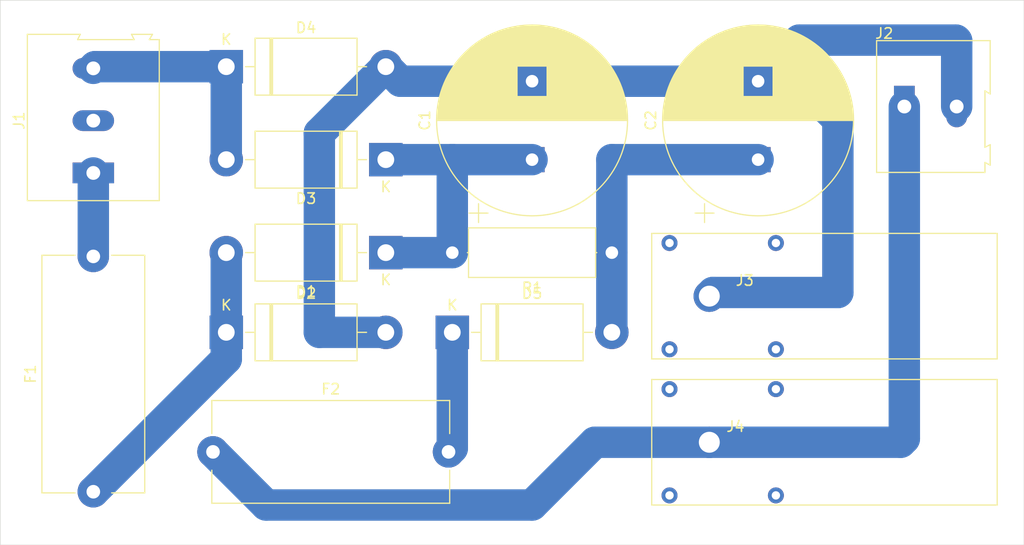
<source format=kicad_pcb>
(kicad_pcb (version 20171130) (host pcbnew "(5.1.7)-1")

  (general
    (thickness 1.6)
    (drawings 4)
    (tracks 38)
    (zones 0)
    (modules 14)
    (nets 10)
  )

  (page A4)
  (layers
    (0 F.Cu signal)
    (31 B.Cu signal)
    (32 B.Adhes user)
    (33 F.Adhes user)
    (34 B.Paste user)
    (35 F.Paste user)
    (36 B.SilkS user)
    (37 F.SilkS user)
    (38 B.Mask user)
    (39 F.Mask user)
    (40 Dwgs.User user)
    (41 Cmts.User user)
    (42 Eco1.User user)
    (43 Eco2.User user)
    (44 Edge.Cuts user)
    (45 Margin user)
    (46 B.CrtYd user)
    (47 F.CrtYd user)
    (48 B.Fab user)
    (49 F.Fab user)
  )

  (setup
    (last_trace_width 0.25)
    (trace_clearance 0.2)
    (zone_clearance 0.508)
    (zone_45_only no)
    (trace_min 0.2)
    (via_size 0.8)
    (via_drill 0.4)
    (via_min_size 0.4)
    (via_min_drill 0.3)
    (uvia_size 0.3)
    (uvia_drill 0.1)
    (uvias_allowed no)
    (uvia_min_size 0.2)
    (uvia_min_drill 0.1)
    (edge_width 0.05)
    (segment_width 0.2)
    (pcb_text_width 0.3)
    (pcb_text_size 1.5 1.5)
    (mod_edge_width 0.12)
    (mod_text_size 1 1)
    (mod_text_width 0.15)
    (pad_size 1.524 1.524)
    (pad_drill 0.762)
    (pad_to_mask_clearance 0)
    (aux_axis_origin 0 0)
    (visible_elements 7FFFFFFF)
    (pcbplotparams
      (layerselection 0x010fc_ffffffff)
      (usegerberextensions false)
      (usegerberattributes true)
      (usegerberadvancedattributes true)
      (creategerberjobfile true)
      (excludeedgelayer true)
      (linewidth 0.100000)
      (plotframeref false)
      (viasonmask false)
      (mode 1)
      (useauxorigin false)
      (hpglpennumber 1)
      (hpglpenspeed 20)
      (hpglpendiameter 15.000000)
      (psnegative false)
      (psa4output false)
      (plotreference true)
      (plotvalue true)
      (plotinvisibletext false)
      (padsonsilk false)
      (subtractmaskfromsilk false)
      (outputformat 1)
      (mirror false)
      (drillshape 0)
      (scaleselection 1)
      (outputdirectory "./plots"))
  )

  (net 0 "")
  (net 1 "Net-(C1-Pad1)")
  (net 2 "Net-(C1-Pad2)")
  (net 3 "Net-(C2-Pad1)")
  (net 4 "Net-(D1-Pad2)")
  (net 5 "Net-(D3-Pad2)")
  (net 6 "Net-(D5-Pad1)")
  (net 7 "Net-(F1-Pad2)")
  (net 8 "Net-(F2-Pad1)")
  (net 9 "Net-(J1-Pad2)")

  (net_class Default "This is the default net class."
    (clearance 0.2)
    (trace_width 0.25)
    (via_dia 0.8)
    (via_drill 0.4)
    (uvia_dia 0.3)
    (uvia_drill 0.1)
    (add_net "Net-(C1-Pad1)")
    (add_net "Net-(C1-Pad2)")
    (add_net "Net-(C2-Pad1)")
    (add_net "Net-(D1-Pad2)")
    (add_net "Net-(D3-Pad2)")
    (add_net "Net-(D5-Pad1)")
    (add_net "Net-(F1-Pad2)")
    (add_net "Net-(F2-Pad1)")
    (add_net "Net-(J1-Pad2)")
  )

  (module footprints:SLB4-I90 (layer F.Cu) (tedit 5F876C41) (tstamp 5F87CA05)
    (at 73.66 59.69)
    (path /5F88F9E1)
    (fp_text reference J4 (at 8 -7.5) (layer F.SilkS)
      (effects (font (size 1 1) (thickness 0.15)))
    )
    (fp_text value 422-5067 (at 14.35 -9.27) (layer F.Fab)
      (effects (font (size 1 1) (thickness 0.15)))
    )
    (fp_line (start 0 0) (end 33 0) (layer F.SilkS) (width 0.12))
    (fp_line (start 33 0) (end 33 -12) (layer F.SilkS) (width 0.12))
    (fp_line (start 0 -12) (end 33 -12) (layer F.SilkS) (width 0.12))
    (fp_line (start 0 0) (end 0 -12) (layer F.SilkS) (width 0.12))
    (pad "" np_thru_hole circle (at 11.86 -11.08) (size 1.524 1.524) (drill 0.8) (layers *.Cu *.Mask))
    (pad "" np_thru_hole circle (at 1.7 -0.92) (size 1.524 1.524) (drill 0.8) (layers *.Cu *.Mask))
    (pad "" np_thru_hole circle (at 1.7 -11.08) (size 1.524 1.524) (drill 0.8) (layers *.Cu *.Mask))
    (pad "" np_thru_hole circle (at 11.86 -0.92) (size 1.524 1.524) (drill 0.8) (layers *.Cu *.Mask))
    (pad 1 thru_hole circle (at 5.5 -6) (size 3 3) (drill 2) (layers *.Cu *.Mask)
      (net 8 "Net-(F2-Pad1)"))
  )

  (module footprints:SLB4-I90 (layer F.Cu) (tedit 5F876C41) (tstamp 5F87F428)
    (at 73.66 45.72)
    (path /5F890941)
    (fp_text reference J3 (at 8.89 -7.5) (layer F.SilkS)
      (effects (font (size 1 1) (thickness 0.15)))
    )
    (fp_text value 422-5051 (at 14.35 -9.27) (layer F.Fab)
      (effects (font (size 1 1) (thickness 0.15)))
    )
    (fp_line (start 0 0) (end 33 0) (layer F.SilkS) (width 0.12))
    (fp_line (start 33 0) (end 33 -12) (layer F.SilkS) (width 0.12))
    (fp_line (start 0 -12) (end 33 -12) (layer F.SilkS) (width 0.12))
    (fp_line (start 0 0) (end 0 -12) (layer F.SilkS) (width 0.12))
    (pad "" np_thru_hole circle (at 11.86 -11.08) (size 1.524 1.524) (drill 0.8) (layers *.Cu *.Mask))
    (pad "" np_thru_hole circle (at 1.7 -0.92) (size 1.524 1.524) (drill 0.8) (layers *.Cu *.Mask))
    (pad "" np_thru_hole circle (at 1.7 -11.08) (size 1.524 1.524) (drill 0.8) (layers *.Cu *.Mask))
    (pad "" np_thru_hole circle (at 11.86 -0.92) (size 1.524 1.524) (drill 0.8) (layers *.Cu *.Mask))
    (pad 1 thru_hole circle (at 5.5 -6) (size 3 3) (drill 2) (layers *.Cu *.Mask)
      (net 2 "Net-(C1-Pad2)"))
  )

  (module Capacitor_THT:CP_Radial_D18.0mm_P7.50mm (layer F.Cu) (tedit 5AE50EF1) (tstamp 5F87C6FF)
    (at 62.23 26.67 90)
    (descr "CP, Radial series, Radial, pin pitch=7.50mm, , diameter=18mm, Electrolytic Capacitor")
    (tags "CP Radial series Radial pin pitch 7.50mm  diameter 18mm Electrolytic Capacitor")
    (path /5F880EC9)
    (fp_text reference C1 (at 3.75 -10.25 90) (layer F.SilkS)
      (effects (font (size 1 1) (thickness 0.15)))
    )
    (fp_text value 170-1188 (at 3.75 10.25 90) (layer F.Fab)
      (effects (font (size 1 1) (thickness 0.15)))
    )
    (fp_circle (center 3.75 0) (end 12.75 0) (layer F.Fab) (width 0.1))
    (fp_circle (center 3.75 0) (end 12.87 0) (layer F.SilkS) (width 0.12))
    (fp_circle (center 3.75 0) (end 13 0) (layer F.CrtYd) (width 0.05))
    (fp_line (start -3.987271 -3.9475) (end -2.187271 -3.9475) (layer F.Fab) (width 0.1))
    (fp_line (start -3.087271 -4.8475) (end -3.087271 -3.0475) (layer F.Fab) (width 0.1))
    (fp_line (start 3.75 -9.081) (end 3.75 9.081) (layer F.SilkS) (width 0.12))
    (fp_line (start 3.79 -9.08) (end 3.79 9.08) (layer F.SilkS) (width 0.12))
    (fp_line (start 3.83 -9.08) (end 3.83 9.08) (layer F.SilkS) (width 0.12))
    (fp_line (start 3.87 -9.08) (end 3.87 9.08) (layer F.SilkS) (width 0.12))
    (fp_line (start 3.91 -9.079) (end 3.91 9.079) (layer F.SilkS) (width 0.12))
    (fp_line (start 3.95 -9.078) (end 3.95 9.078) (layer F.SilkS) (width 0.12))
    (fp_line (start 3.99 -9.077) (end 3.99 9.077) (layer F.SilkS) (width 0.12))
    (fp_line (start 4.03 -9.076) (end 4.03 9.076) (layer F.SilkS) (width 0.12))
    (fp_line (start 4.07 -9.075) (end 4.07 9.075) (layer F.SilkS) (width 0.12))
    (fp_line (start 4.11 -9.073) (end 4.11 9.073) (layer F.SilkS) (width 0.12))
    (fp_line (start 4.15 -9.072) (end 4.15 9.072) (layer F.SilkS) (width 0.12))
    (fp_line (start 4.19 -9.07) (end 4.19 9.07) (layer F.SilkS) (width 0.12))
    (fp_line (start 4.23 -9.068) (end 4.23 9.068) (layer F.SilkS) (width 0.12))
    (fp_line (start 4.27 -9.066) (end 4.27 9.066) (layer F.SilkS) (width 0.12))
    (fp_line (start 4.31 -9.063) (end 4.31 9.063) (layer F.SilkS) (width 0.12))
    (fp_line (start 4.35 -9.061) (end 4.35 9.061) (layer F.SilkS) (width 0.12))
    (fp_line (start 4.39 -9.058) (end 4.39 9.058) (layer F.SilkS) (width 0.12))
    (fp_line (start 4.43 -9.055) (end 4.43 9.055) (layer F.SilkS) (width 0.12))
    (fp_line (start 4.471 -9.052) (end 4.471 9.052) (layer F.SilkS) (width 0.12))
    (fp_line (start 4.511 -9.049) (end 4.511 9.049) (layer F.SilkS) (width 0.12))
    (fp_line (start 4.551 -9.045) (end 4.551 9.045) (layer F.SilkS) (width 0.12))
    (fp_line (start 4.591 -9.042) (end 4.591 9.042) (layer F.SilkS) (width 0.12))
    (fp_line (start 4.631 -9.038) (end 4.631 9.038) (layer F.SilkS) (width 0.12))
    (fp_line (start 4.671 -9.034) (end 4.671 9.034) (layer F.SilkS) (width 0.12))
    (fp_line (start 4.711 -9.03) (end 4.711 9.03) (layer F.SilkS) (width 0.12))
    (fp_line (start 4.751 -9.026) (end 4.751 9.026) (layer F.SilkS) (width 0.12))
    (fp_line (start 4.791 -9.021) (end 4.791 9.021) (layer F.SilkS) (width 0.12))
    (fp_line (start 4.831 -9.016) (end 4.831 9.016) (layer F.SilkS) (width 0.12))
    (fp_line (start 4.871 -9.011) (end 4.871 9.011) (layer F.SilkS) (width 0.12))
    (fp_line (start 4.911 -9.006) (end 4.911 9.006) (layer F.SilkS) (width 0.12))
    (fp_line (start 4.951 -9.001) (end 4.951 9.001) (layer F.SilkS) (width 0.12))
    (fp_line (start 4.991 -8.996) (end 4.991 8.996) (layer F.SilkS) (width 0.12))
    (fp_line (start 5.031 -8.99) (end 5.031 8.99) (layer F.SilkS) (width 0.12))
    (fp_line (start 5.071 -8.984) (end 5.071 8.984) (layer F.SilkS) (width 0.12))
    (fp_line (start 5.111 -8.979) (end 5.111 8.979) (layer F.SilkS) (width 0.12))
    (fp_line (start 5.151 -8.972) (end 5.151 8.972) (layer F.SilkS) (width 0.12))
    (fp_line (start 5.191 -8.966) (end 5.191 8.966) (layer F.SilkS) (width 0.12))
    (fp_line (start 5.231 -8.96) (end 5.231 8.96) (layer F.SilkS) (width 0.12))
    (fp_line (start 5.271 -8.953) (end 5.271 8.953) (layer F.SilkS) (width 0.12))
    (fp_line (start 5.311 -8.946) (end 5.311 8.946) (layer F.SilkS) (width 0.12))
    (fp_line (start 5.351 -8.939) (end 5.351 8.939) (layer F.SilkS) (width 0.12))
    (fp_line (start 5.391 -8.932) (end 5.391 8.932) (layer F.SilkS) (width 0.12))
    (fp_line (start 5.431 -8.924) (end 5.431 8.924) (layer F.SilkS) (width 0.12))
    (fp_line (start 5.471 -8.917) (end 5.471 8.917) (layer F.SilkS) (width 0.12))
    (fp_line (start 5.511 -8.909) (end 5.511 8.909) (layer F.SilkS) (width 0.12))
    (fp_line (start 5.551 -8.901) (end 5.551 8.901) (layer F.SilkS) (width 0.12))
    (fp_line (start 5.591 -8.893) (end 5.591 8.893) (layer F.SilkS) (width 0.12))
    (fp_line (start 5.631 -8.885) (end 5.631 8.885) (layer F.SilkS) (width 0.12))
    (fp_line (start 5.671 -8.876) (end 5.671 8.876) (layer F.SilkS) (width 0.12))
    (fp_line (start 5.711 -8.867) (end 5.711 8.867) (layer F.SilkS) (width 0.12))
    (fp_line (start 5.751 -8.858) (end 5.751 8.858) (layer F.SilkS) (width 0.12))
    (fp_line (start 5.791 -8.849) (end 5.791 8.849) (layer F.SilkS) (width 0.12))
    (fp_line (start 5.831 -8.84) (end 5.831 8.84) (layer F.SilkS) (width 0.12))
    (fp_line (start 5.871 -8.831) (end 5.871 8.831) (layer F.SilkS) (width 0.12))
    (fp_line (start 5.911 -8.821) (end 5.911 8.821) (layer F.SilkS) (width 0.12))
    (fp_line (start 5.951 -8.811) (end 5.951 8.811) (layer F.SilkS) (width 0.12))
    (fp_line (start 5.991 -8.801) (end 5.991 8.801) (layer F.SilkS) (width 0.12))
    (fp_line (start 6.031 -8.791) (end 6.031 8.791) (layer F.SilkS) (width 0.12))
    (fp_line (start 6.071 -8.78) (end 6.071 -1.44) (layer F.SilkS) (width 0.12))
    (fp_line (start 6.071 1.44) (end 6.071 8.78) (layer F.SilkS) (width 0.12))
    (fp_line (start 6.111 -8.77) (end 6.111 -1.44) (layer F.SilkS) (width 0.12))
    (fp_line (start 6.111 1.44) (end 6.111 8.77) (layer F.SilkS) (width 0.12))
    (fp_line (start 6.151 -8.759) (end 6.151 -1.44) (layer F.SilkS) (width 0.12))
    (fp_line (start 6.151 1.44) (end 6.151 8.759) (layer F.SilkS) (width 0.12))
    (fp_line (start 6.191 -8.748) (end 6.191 -1.44) (layer F.SilkS) (width 0.12))
    (fp_line (start 6.191 1.44) (end 6.191 8.748) (layer F.SilkS) (width 0.12))
    (fp_line (start 6.231 -8.737) (end 6.231 -1.44) (layer F.SilkS) (width 0.12))
    (fp_line (start 6.231 1.44) (end 6.231 8.737) (layer F.SilkS) (width 0.12))
    (fp_line (start 6.271 -8.725) (end 6.271 -1.44) (layer F.SilkS) (width 0.12))
    (fp_line (start 6.271 1.44) (end 6.271 8.725) (layer F.SilkS) (width 0.12))
    (fp_line (start 6.311 -8.714) (end 6.311 -1.44) (layer F.SilkS) (width 0.12))
    (fp_line (start 6.311 1.44) (end 6.311 8.714) (layer F.SilkS) (width 0.12))
    (fp_line (start 6.351 -8.702) (end 6.351 -1.44) (layer F.SilkS) (width 0.12))
    (fp_line (start 6.351 1.44) (end 6.351 8.702) (layer F.SilkS) (width 0.12))
    (fp_line (start 6.391 -8.69) (end 6.391 -1.44) (layer F.SilkS) (width 0.12))
    (fp_line (start 6.391 1.44) (end 6.391 8.69) (layer F.SilkS) (width 0.12))
    (fp_line (start 6.431 -8.678) (end 6.431 -1.44) (layer F.SilkS) (width 0.12))
    (fp_line (start 6.431 1.44) (end 6.431 8.678) (layer F.SilkS) (width 0.12))
    (fp_line (start 6.471 -8.665) (end 6.471 -1.44) (layer F.SilkS) (width 0.12))
    (fp_line (start 6.471 1.44) (end 6.471 8.665) (layer F.SilkS) (width 0.12))
    (fp_line (start 6.511 -8.653) (end 6.511 -1.44) (layer F.SilkS) (width 0.12))
    (fp_line (start 6.511 1.44) (end 6.511 8.653) (layer F.SilkS) (width 0.12))
    (fp_line (start 6.551 -8.64) (end 6.551 -1.44) (layer F.SilkS) (width 0.12))
    (fp_line (start 6.551 1.44) (end 6.551 8.64) (layer F.SilkS) (width 0.12))
    (fp_line (start 6.591 -8.627) (end 6.591 -1.44) (layer F.SilkS) (width 0.12))
    (fp_line (start 6.591 1.44) (end 6.591 8.627) (layer F.SilkS) (width 0.12))
    (fp_line (start 6.631 -8.614) (end 6.631 -1.44) (layer F.SilkS) (width 0.12))
    (fp_line (start 6.631 1.44) (end 6.631 8.614) (layer F.SilkS) (width 0.12))
    (fp_line (start 6.671 -8.6) (end 6.671 -1.44) (layer F.SilkS) (width 0.12))
    (fp_line (start 6.671 1.44) (end 6.671 8.6) (layer F.SilkS) (width 0.12))
    (fp_line (start 6.711 -8.587) (end 6.711 -1.44) (layer F.SilkS) (width 0.12))
    (fp_line (start 6.711 1.44) (end 6.711 8.587) (layer F.SilkS) (width 0.12))
    (fp_line (start 6.751 -8.573) (end 6.751 -1.44) (layer F.SilkS) (width 0.12))
    (fp_line (start 6.751 1.44) (end 6.751 8.573) (layer F.SilkS) (width 0.12))
    (fp_line (start 6.791 -8.559) (end 6.791 -1.44) (layer F.SilkS) (width 0.12))
    (fp_line (start 6.791 1.44) (end 6.791 8.559) (layer F.SilkS) (width 0.12))
    (fp_line (start 6.831 -8.545) (end 6.831 -1.44) (layer F.SilkS) (width 0.12))
    (fp_line (start 6.831 1.44) (end 6.831 8.545) (layer F.SilkS) (width 0.12))
    (fp_line (start 6.871 -8.53) (end 6.871 -1.44) (layer F.SilkS) (width 0.12))
    (fp_line (start 6.871 1.44) (end 6.871 8.53) (layer F.SilkS) (width 0.12))
    (fp_line (start 6.911 -8.516) (end 6.911 -1.44) (layer F.SilkS) (width 0.12))
    (fp_line (start 6.911 1.44) (end 6.911 8.516) (layer F.SilkS) (width 0.12))
    (fp_line (start 6.951 -8.501) (end 6.951 -1.44) (layer F.SilkS) (width 0.12))
    (fp_line (start 6.951 1.44) (end 6.951 8.501) (layer F.SilkS) (width 0.12))
    (fp_line (start 6.991 -8.486) (end 6.991 -1.44) (layer F.SilkS) (width 0.12))
    (fp_line (start 6.991 1.44) (end 6.991 8.486) (layer F.SilkS) (width 0.12))
    (fp_line (start 7.031 -8.47) (end 7.031 -1.44) (layer F.SilkS) (width 0.12))
    (fp_line (start 7.031 1.44) (end 7.031 8.47) (layer F.SilkS) (width 0.12))
    (fp_line (start 7.071 -8.455) (end 7.071 -1.44) (layer F.SilkS) (width 0.12))
    (fp_line (start 7.071 1.44) (end 7.071 8.455) (layer F.SilkS) (width 0.12))
    (fp_line (start 7.111 -8.439) (end 7.111 -1.44) (layer F.SilkS) (width 0.12))
    (fp_line (start 7.111 1.44) (end 7.111 8.439) (layer F.SilkS) (width 0.12))
    (fp_line (start 7.151 -8.423) (end 7.151 -1.44) (layer F.SilkS) (width 0.12))
    (fp_line (start 7.151 1.44) (end 7.151 8.423) (layer F.SilkS) (width 0.12))
    (fp_line (start 7.191 -8.407) (end 7.191 -1.44) (layer F.SilkS) (width 0.12))
    (fp_line (start 7.191 1.44) (end 7.191 8.407) (layer F.SilkS) (width 0.12))
    (fp_line (start 7.231 -8.39) (end 7.231 -1.44) (layer F.SilkS) (width 0.12))
    (fp_line (start 7.231 1.44) (end 7.231 8.39) (layer F.SilkS) (width 0.12))
    (fp_line (start 7.271 -8.374) (end 7.271 -1.44) (layer F.SilkS) (width 0.12))
    (fp_line (start 7.271 1.44) (end 7.271 8.374) (layer F.SilkS) (width 0.12))
    (fp_line (start 7.311 -8.357) (end 7.311 -1.44) (layer F.SilkS) (width 0.12))
    (fp_line (start 7.311 1.44) (end 7.311 8.357) (layer F.SilkS) (width 0.12))
    (fp_line (start 7.351 -8.34) (end 7.351 -1.44) (layer F.SilkS) (width 0.12))
    (fp_line (start 7.351 1.44) (end 7.351 8.34) (layer F.SilkS) (width 0.12))
    (fp_line (start 7.391 -8.323) (end 7.391 -1.44) (layer F.SilkS) (width 0.12))
    (fp_line (start 7.391 1.44) (end 7.391 8.323) (layer F.SilkS) (width 0.12))
    (fp_line (start 7.431 -8.305) (end 7.431 -1.44) (layer F.SilkS) (width 0.12))
    (fp_line (start 7.431 1.44) (end 7.431 8.305) (layer F.SilkS) (width 0.12))
    (fp_line (start 7.471 -8.287) (end 7.471 -1.44) (layer F.SilkS) (width 0.12))
    (fp_line (start 7.471 1.44) (end 7.471 8.287) (layer F.SilkS) (width 0.12))
    (fp_line (start 7.511 -8.269) (end 7.511 -1.44) (layer F.SilkS) (width 0.12))
    (fp_line (start 7.511 1.44) (end 7.511 8.269) (layer F.SilkS) (width 0.12))
    (fp_line (start 7.551 -8.251) (end 7.551 -1.44) (layer F.SilkS) (width 0.12))
    (fp_line (start 7.551 1.44) (end 7.551 8.251) (layer F.SilkS) (width 0.12))
    (fp_line (start 7.591 -8.233) (end 7.591 -1.44) (layer F.SilkS) (width 0.12))
    (fp_line (start 7.591 1.44) (end 7.591 8.233) (layer F.SilkS) (width 0.12))
    (fp_line (start 7.631 -8.214) (end 7.631 -1.44) (layer F.SilkS) (width 0.12))
    (fp_line (start 7.631 1.44) (end 7.631 8.214) (layer F.SilkS) (width 0.12))
    (fp_line (start 7.671 -8.195) (end 7.671 -1.44) (layer F.SilkS) (width 0.12))
    (fp_line (start 7.671 1.44) (end 7.671 8.195) (layer F.SilkS) (width 0.12))
    (fp_line (start 7.711 -8.176) (end 7.711 -1.44) (layer F.SilkS) (width 0.12))
    (fp_line (start 7.711 1.44) (end 7.711 8.176) (layer F.SilkS) (width 0.12))
    (fp_line (start 7.751 -8.156) (end 7.751 -1.44) (layer F.SilkS) (width 0.12))
    (fp_line (start 7.751 1.44) (end 7.751 8.156) (layer F.SilkS) (width 0.12))
    (fp_line (start 7.791 -8.137) (end 7.791 -1.44) (layer F.SilkS) (width 0.12))
    (fp_line (start 7.791 1.44) (end 7.791 8.137) (layer F.SilkS) (width 0.12))
    (fp_line (start 7.831 -8.117) (end 7.831 -1.44) (layer F.SilkS) (width 0.12))
    (fp_line (start 7.831 1.44) (end 7.831 8.117) (layer F.SilkS) (width 0.12))
    (fp_line (start 7.871 -8.097) (end 7.871 -1.44) (layer F.SilkS) (width 0.12))
    (fp_line (start 7.871 1.44) (end 7.871 8.097) (layer F.SilkS) (width 0.12))
    (fp_line (start 7.911 -8.076) (end 7.911 -1.44) (layer F.SilkS) (width 0.12))
    (fp_line (start 7.911 1.44) (end 7.911 8.076) (layer F.SilkS) (width 0.12))
    (fp_line (start 7.951 -8.056) (end 7.951 -1.44) (layer F.SilkS) (width 0.12))
    (fp_line (start 7.951 1.44) (end 7.951 8.056) (layer F.SilkS) (width 0.12))
    (fp_line (start 7.991 -8.035) (end 7.991 -1.44) (layer F.SilkS) (width 0.12))
    (fp_line (start 7.991 1.44) (end 7.991 8.035) (layer F.SilkS) (width 0.12))
    (fp_line (start 8.031 -8.014) (end 8.031 -1.44) (layer F.SilkS) (width 0.12))
    (fp_line (start 8.031 1.44) (end 8.031 8.014) (layer F.SilkS) (width 0.12))
    (fp_line (start 8.071 -7.992) (end 8.071 -1.44) (layer F.SilkS) (width 0.12))
    (fp_line (start 8.071 1.44) (end 8.071 7.992) (layer F.SilkS) (width 0.12))
    (fp_line (start 8.111 -7.971) (end 8.111 -1.44) (layer F.SilkS) (width 0.12))
    (fp_line (start 8.111 1.44) (end 8.111 7.971) (layer F.SilkS) (width 0.12))
    (fp_line (start 8.151 -7.949) (end 8.151 -1.44) (layer F.SilkS) (width 0.12))
    (fp_line (start 8.151 1.44) (end 8.151 7.949) (layer F.SilkS) (width 0.12))
    (fp_line (start 8.191 -7.927) (end 8.191 -1.44) (layer F.SilkS) (width 0.12))
    (fp_line (start 8.191 1.44) (end 8.191 7.927) (layer F.SilkS) (width 0.12))
    (fp_line (start 8.231 -7.904) (end 8.231 -1.44) (layer F.SilkS) (width 0.12))
    (fp_line (start 8.231 1.44) (end 8.231 7.904) (layer F.SilkS) (width 0.12))
    (fp_line (start 8.271 -7.882) (end 8.271 -1.44) (layer F.SilkS) (width 0.12))
    (fp_line (start 8.271 1.44) (end 8.271 7.882) (layer F.SilkS) (width 0.12))
    (fp_line (start 8.311 -7.859) (end 8.311 -1.44) (layer F.SilkS) (width 0.12))
    (fp_line (start 8.311 1.44) (end 8.311 7.859) (layer F.SilkS) (width 0.12))
    (fp_line (start 8.351 -7.835) (end 8.351 -1.44) (layer F.SilkS) (width 0.12))
    (fp_line (start 8.351 1.44) (end 8.351 7.835) (layer F.SilkS) (width 0.12))
    (fp_line (start 8.391 -7.812) (end 8.391 -1.44) (layer F.SilkS) (width 0.12))
    (fp_line (start 8.391 1.44) (end 8.391 7.812) (layer F.SilkS) (width 0.12))
    (fp_line (start 8.431 -7.788) (end 8.431 -1.44) (layer F.SilkS) (width 0.12))
    (fp_line (start 8.431 1.44) (end 8.431 7.788) (layer F.SilkS) (width 0.12))
    (fp_line (start 8.471 -7.764) (end 8.471 -1.44) (layer F.SilkS) (width 0.12))
    (fp_line (start 8.471 1.44) (end 8.471 7.764) (layer F.SilkS) (width 0.12))
    (fp_line (start 8.511 -7.74) (end 8.511 -1.44) (layer F.SilkS) (width 0.12))
    (fp_line (start 8.511 1.44) (end 8.511 7.74) (layer F.SilkS) (width 0.12))
    (fp_line (start 8.551 -7.715) (end 8.551 -1.44) (layer F.SilkS) (width 0.12))
    (fp_line (start 8.551 1.44) (end 8.551 7.715) (layer F.SilkS) (width 0.12))
    (fp_line (start 8.591 -7.69) (end 8.591 -1.44) (layer F.SilkS) (width 0.12))
    (fp_line (start 8.591 1.44) (end 8.591 7.69) (layer F.SilkS) (width 0.12))
    (fp_line (start 8.631 -7.665) (end 8.631 -1.44) (layer F.SilkS) (width 0.12))
    (fp_line (start 8.631 1.44) (end 8.631 7.665) (layer F.SilkS) (width 0.12))
    (fp_line (start 8.671 -7.64) (end 8.671 -1.44) (layer F.SilkS) (width 0.12))
    (fp_line (start 8.671 1.44) (end 8.671 7.64) (layer F.SilkS) (width 0.12))
    (fp_line (start 8.711 -7.614) (end 8.711 -1.44) (layer F.SilkS) (width 0.12))
    (fp_line (start 8.711 1.44) (end 8.711 7.614) (layer F.SilkS) (width 0.12))
    (fp_line (start 8.751 -7.588) (end 8.751 -1.44) (layer F.SilkS) (width 0.12))
    (fp_line (start 8.751 1.44) (end 8.751 7.588) (layer F.SilkS) (width 0.12))
    (fp_line (start 8.791 -7.561) (end 8.791 -1.44) (layer F.SilkS) (width 0.12))
    (fp_line (start 8.791 1.44) (end 8.791 7.561) (layer F.SilkS) (width 0.12))
    (fp_line (start 8.831 -7.535) (end 8.831 -1.44) (layer F.SilkS) (width 0.12))
    (fp_line (start 8.831 1.44) (end 8.831 7.535) (layer F.SilkS) (width 0.12))
    (fp_line (start 8.871 -7.508) (end 8.871 -1.44) (layer F.SilkS) (width 0.12))
    (fp_line (start 8.871 1.44) (end 8.871 7.508) (layer F.SilkS) (width 0.12))
    (fp_line (start 8.911 -7.48) (end 8.911 -1.44) (layer F.SilkS) (width 0.12))
    (fp_line (start 8.911 1.44) (end 8.911 7.48) (layer F.SilkS) (width 0.12))
    (fp_line (start 8.951 -7.453) (end 8.951 7.453) (layer F.SilkS) (width 0.12))
    (fp_line (start 8.991 -7.425) (end 8.991 7.425) (layer F.SilkS) (width 0.12))
    (fp_line (start 9.031 -7.397) (end 9.031 7.397) (layer F.SilkS) (width 0.12))
    (fp_line (start 9.071 -7.368) (end 9.071 7.368) (layer F.SilkS) (width 0.12))
    (fp_line (start 9.111 -7.339) (end 9.111 7.339) (layer F.SilkS) (width 0.12))
    (fp_line (start 9.151 -7.31) (end 9.151 7.31) (layer F.SilkS) (width 0.12))
    (fp_line (start 9.191 -7.28) (end 9.191 7.28) (layer F.SilkS) (width 0.12))
    (fp_line (start 9.231 -7.25) (end 9.231 7.25) (layer F.SilkS) (width 0.12))
    (fp_line (start 9.271 -7.22) (end 9.271 7.22) (layer F.SilkS) (width 0.12))
    (fp_line (start 9.311 -7.19) (end 9.311 7.19) (layer F.SilkS) (width 0.12))
    (fp_line (start 9.351 -7.159) (end 9.351 7.159) (layer F.SilkS) (width 0.12))
    (fp_line (start 9.391 -7.127) (end 9.391 7.127) (layer F.SilkS) (width 0.12))
    (fp_line (start 9.431 -7.096) (end 9.431 7.096) (layer F.SilkS) (width 0.12))
    (fp_line (start 9.471 -7.064) (end 9.471 7.064) (layer F.SilkS) (width 0.12))
    (fp_line (start 9.511 -7.031) (end 9.511 7.031) (layer F.SilkS) (width 0.12))
    (fp_line (start 9.551 -6.999) (end 9.551 6.999) (layer F.SilkS) (width 0.12))
    (fp_line (start 9.591 -6.965) (end 9.591 6.965) (layer F.SilkS) (width 0.12))
    (fp_line (start 9.631 -6.932) (end 9.631 6.932) (layer F.SilkS) (width 0.12))
    (fp_line (start 9.671 -6.898) (end 9.671 6.898) (layer F.SilkS) (width 0.12))
    (fp_line (start 9.711 -6.864) (end 9.711 6.864) (layer F.SilkS) (width 0.12))
    (fp_line (start 9.751 -6.829) (end 9.751 6.829) (layer F.SilkS) (width 0.12))
    (fp_line (start 9.791 -6.794) (end 9.791 6.794) (layer F.SilkS) (width 0.12))
    (fp_line (start 9.831 -6.758) (end 9.831 6.758) (layer F.SilkS) (width 0.12))
    (fp_line (start 9.871 -6.722) (end 9.871 6.722) (layer F.SilkS) (width 0.12))
    (fp_line (start 9.911 -6.686) (end 9.911 6.686) (layer F.SilkS) (width 0.12))
    (fp_line (start 9.951 -6.649) (end 9.951 6.649) (layer F.SilkS) (width 0.12))
    (fp_line (start 9.991 -6.612) (end 9.991 6.612) (layer F.SilkS) (width 0.12))
    (fp_line (start 10.031 -6.574) (end 10.031 6.574) (layer F.SilkS) (width 0.12))
    (fp_line (start 10.071 -6.536) (end 10.071 6.536) (layer F.SilkS) (width 0.12))
    (fp_line (start 10.111 -6.497) (end 10.111 6.497) (layer F.SilkS) (width 0.12))
    (fp_line (start 10.151 -6.458) (end 10.151 6.458) (layer F.SilkS) (width 0.12))
    (fp_line (start 10.191 -6.418) (end 10.191 6.418) (layer F.SilkS) (width 0.12))
    (fp_line (start 10.231 -6.378) (end 10.231 6.378) (layer F.SilkS) (width 0.12))
    (fp_line (start 10.271 -6.337) (end 10.271 6.337) (layer F.SilkS) (width 0.12))
    (fp_line (start 10.311 -6.296) (end 10.311 6.296) (layer F.SilkS) (width 0.12))
    (fp_line (start 10.351 -6.254) (end 10.351 6.254) (layer F.SilkS) (width 0.12))
    (fp_line (start 10.391 -6.212) (end 10.391 6.212) (layer F.SilkS) (width 0.12))
    (fp_line (start 10.431 -6.17) (end 10.431 6.17) (layer F.SilkS) (width 0.12))
    (fp_line (start 10.471 -6.126) (end 10.471 6.126) (layer F.SilkS) (width 0.12))
    (fp_line (start 10.511 -6.082) (end 10.511 6.082) (layer F.SilkS) (width 0.12))
    (fp_line (start 10.551 -6.038) (end 10.551 6.038) (layer F.SilkS) (width 0.12))
    (fp_line (start 10.591 -5.993) (end 10.591 5.993) (layer F.SilkS) (width 0.12))
    (fp_line (start 10.631 -5.947) (end 10.631 5.947) (layer F.SilkS) (width 0.12))
    (fp_line (start 10.671 -5.901) (end 10.671 5.901) (layer F.SilkS) (width 0.12))
    (fp_line (start 10.711 -5.854) (end 10.711 5.854) (layer F.SilkS) (width 0.12))
    (fp_line (start 10.751 -5.806) (end 10.751 5.806) (layer F.SilkS) (width 0.12))
    (fp_line (start 10.791 -5.758) (end 10.791 5.758) (layer F.SilkS) (width 0.12))
    (fp_line (start 10.831 -5.709) (end 10.831 5.709) (layer F.SilkS) (width 0.12))
    (fp_line (start 10.871 -5.66) (end 10.871 5.66) (layer F.SilkS) (width 0.12))
    (fp_line (start 10.911 -5.609) (end 10.911 5.609) (layer F.SilkS) (width 0.12))
    (fp_line (start 10.951 -5.558) (end 10.951 5.558) (layer F.SilkS) (width 0.12))
    (fp_line (start 10.991 -5.506) (end 10.991 5.506) (layer F.SilkS) (width 0.12))
    (fp_line (start 11.031 -5.454) (end 11.031 5.454) (layer F.SilkS) (width 0.12))
    (fp_line (start 11.071 -5.4) (end 11.071 5.4) (layer F.SilkS) (width 0.12))
    (fp_line (start 11.111 -5.346) (end 11.111 5.346) (layer F.SilkS) (width 0.12))
    (fp_line (start 11.151 -5.291) (end 11.151 5.291) (layer F.SilkS) (width 0.12))
    (fp_line (start 11.191 -5.235) (end 11.191 5.235) (layer F.SilkS) (width 0.12))
    (fp_line (start 11.231 -5.178) (end 11.231 5.178) (layer F.SilkS) (width 0.12))
    (fp_line (start 11.271 -5.12) (end 11.271 5.12) (layer F.SilkS) (width 0.12))
    (fp_line (start 11.311 -5.062) (end 11.311 5.062) (layer F.SilkS) (width 0.12))
    (fp_line (start 11.351 -5.002) (end 11.351 5.002) (layer F.SilkS) (width 0.12))
    (fp_line (start 11.391 -4.941) (end 11.391 4.941) (layer F.SilkS) (width 0.12))
    (fp_line (start 11.431 -4.879) (end 11.431 4.879) (layer F.SilkS) (width 0.12))
    (fp_line (start 11.471 -4.816) (end 11.471 4.816) (layer F.SilkS) (width 0.12))
    (fp_line (start 11.511 -4.752) (end 11.511 4.752) (layer F.SilkS) (width 0.12))
    (fp_line (start 11.551 -4.686) (end 11.551 4.686) (layer F.SilkS) (width 0.12))
    (fp_line (start 11.591 -4.62) (end 11.591 4.62) (layer F.SilkS) (width 0.12))
    (fp_line (start 11.631 -4.552) (end 11.631 4.552) (layer F.SilkS) (width 0.12))
    (fp_line (start 11.671 -4.482) (end 11.671 4.482) (layer F.SilkS) (width 0.12))
    (fp_line (start 11.711 -4.412) (end 11.711 4.412) (layer F.SilkS) (width 0.12))
    (fp_line (start 11.751 -4.339) (end 11.751 4.339) (layer F.SilkS) (width 0.12))
    (fp_line (start 11.791 -4.265) (end 11.791 4.265) (layer F.SilkS) (width 0.12))
    (fp_line (start 11.831 -4.19) (end 11.831 4.19) (layer F.SilkS) (width 0.12))
    (fp_line (start 11.871 -4.113) (end 11.871 4.113) (layer F.SilkS) (width 0.12))
    (fp_line (start 11.911 -4.033) (end 11.911 4.033) (layer F.SilkS) (width 0.12))
    (fp_line (start 11.95 -3.952) (end 11.95 3.952) (layer F.SilkS) (width 0.12))
    (fp_line (start 11.99 -3.869) (end 11.99 3.869) (layer F.SilkS) (width 0.12))
    (fp_line (start 12.03 -3.784) (end 12.03 3.784) (layer F.SilkS) (width 0.12))
    (fp_line (start 12.07 -3.696) (end 12.07 3.696) (layer F.SilkS) (width 0.12))
    (fp_line (start 12.11 -3.605) (end 12.11 3.605) (layer F.SilkS) (width 0.12))
    (fp_line (start 12.15 -3.512) (end 12.15 3.512) (layer F.SilkS) (width 0.12))
    (fp_line (start 12.19 -3.416) (end 12.19 3.416) (layer F.SilkS) (width 0.12))
    (fp_line (start 12.23 -3.317) (end 12.23 3.317) (layer F.SilkS) (width 0.12))
    (fp_line (start 12.27 -3.214) (end 12.27 3.214) (layer F.SilkS) (width 0.12))
    (fp_line (start 12.31 -3.107) (end 12.31 3.107) (layer F.SilkS) (width 0.12))
    (fp_line (start 12.35 -2.996) (end 12.35 2.996) (layer F.SilkS) (width 0.12))
    (fp_line (start 12.39 -2.88) (end 12.39 2.88) (layer F.SilkS) (width 0.12))
    (fp_line (start 12.43 -2.759) (end 12.43 2.759) (layer F.SilkS) (width 0.12))
    (fp_line (start 12.47 -2.632) (end 12.47 2.632) (layer F.SilkS) (width 0.12))
    (fp_line (start 12.51 -2.498) (end 12.51 2.498) (layer F.SilkS) (width 0.12))
    (fp_line (start 12.55 -2.355) (end 12.55 2.355) (layer F.SilkS) (width 0.12))
    (fp_line (start 12.59 -2.203) (end 12.59 2.203) (layer F.SilkS) (width 0.12))
    (fp_line (start 12.63 -2.039) (end 12.63 2.039) (layer F.SilkS) (width 0.12))
    (fp_line (start 12.67 -1.86) (end 12.67 1.86) (layer F.SilkS) (width 0.12))
    (fp_line (start 12.71 -1.661) (end 12.71 1.661) (layer F.SilkS) (width 0.12))
    (fp_line (start 12.75 -1.435) (end 12.75 1.435) (layer F.SilkS) (width 0.12))
    (fp_line (start 12.79 -1.166) (end 12.79 1.166) (layer F.SilkS) (width 0.12))
    (fp_line (start 12.83 -0.814) (end 12.83 0.814) (layer F.SilkS) (width 0.12))
    (fp_line (start 12.87 -0.04) (end 12.87 0.04) (layer F.SilkS) (width 0.12))
    (fp_line (start -6.00944 -5.115) (end -4.20944 -5.115) (layer F.SilkS) (width 0.12))
    (fp_line (start -5.10944 -6.015) (end -5.10944 -4.215) (layer F.SilkS) (width 0.12))
    (fp_text user %R (at 3.75 0 90) (layer F.Fab)
      (effects (font (size 1 1) (thickness 0.15)))
    )
    (pad 1 thru_hole rect (at 0 0 90) (size 2.4 2.4) (drill 1.2) (layers *.Cu *.Mask)
      (net 1 "Net-(C1-Pad1)"))
    (pad 2 thru_hole circle (at 7.5 0 90) (size 2.4 2.4) (drill 1.2) (layers *.Cu *.Mask)
      (net 2 "Net-(C1-Pad2)"))
    (model ${KISYS3DMOD}/Capacitor_THT.3dshapes/CP_Radial_D18.0mm_P7.50mm.wrl
      (at (xyz 0 0 0))
      (scale (xyz 1 1 1))
      (rotate (xyz 0 0 0))
    )
  )

  (module Capacitor_THT:CP_Radial_D18.0mm_P7.50mm (layer F.Cu) (tedit 5AE50EF1) (tstamp 5F87C83A)
    (at 83.82 26.67 90)
    (descr "CP, Radial series, Radial, pin pitch=7.50mm, , diameter=18mm, Electrolytic Capacitor")
    (tags "CP Radial series Radial pin pitch 7.50mm  diameter 18mm Electrolytic Capacitor")
    (path /5F88202C)
    (fp_text reference C2 (at 3.75 -10.25 90) (layer F.SilkS)
      (effects (font (size 1 1) (thickness 0.15)))
    )
    (fp_text value 170-1188 (at 3.75 10.25 90) (layer F.Fab)
      (effects (font (size 1 1) (thickness 0.15)))
    )
    (fp_line (start -5.10944 -6.015) (end -5.10944 -4.215) (layer F.SilkS) (width 0.12))
    (fp_line (start -6.00944 -5.115) (end -4.20944 -5.115) (layer F.SilkS) (width 0.12))
    (fp_line (start 12.87 -0.04) (end 12.87 0.04) (layer F.SilkS) (width 0.12))
    (fp_line (start 12.83 -0.814) (end 12.83 0.814) (layer F.SilkS) (width 0.12))
    (fp_line (start 12.79 -1.166) (end 12.79 1.166) (layer F.SilkS) (width 0.12))
    (fp_line (start 12.75 -1.435) (end 12.75 1.435) (layer F.SilkS) (width 0.12))
    (fp_line (start 12.71 -1.661) (end 12.71 1.661) (layer F.SilkS) (width 0.12))
    (fp_line (start 12.67 -1.86) (end 12.67 1.86) (layer F.SilkS) (width 0.12))
    (fp_line (start 12.63 -2.039) (end 12.63 2.039) (layer F.SilkS) (width 0.12))
    (fp_line (start 12.59 -2.203) (end 12.59 2.203) (layer F.SilkS) (width 0.12))
    (fp_line (start 12.55 -2.355) (end 12.55 2.355) (layer F.SilkS) (width 0.12))
    (fp_line (start 12.51 -2.498) (end 12.51 2.498) (layer F.SilkS) (width 0.12))
    (fp_line (start 12.47 -2.632) (end 12.47 2.632) (layer F.SilkS) (width 0.12))
    (fp_line (start 12.43 -2.759) (end 12.43 2.759) (layer F.SilkS) (width 0.12))
    (fp_line (start 12.39 -2.88) (end 12.39 2.88) (layer F.SilkS) (width 0.12))
    (fp_line (start 12.35 -2.996) (end 12.35 2.996) (layer F.SilkS) (width 0.12))
    (fp_line (start 12.31 -3.107) (end 12.31 3.107) (layer F.SilkS) (width 0.12))
    (fp_line (start 12.27 -3.214) (end 12.27 3.214) (layer F.SilkS) (width 0.12))
    (fp_line (start 12.23 -3.317) (end 12.23 3.317) (layer F.SilkS) (width 0.12))
    (fp_line (start 12.19 -3.416) (end 12.19 3.416) (layer F.SilkS) (width 0.12))
    (fp_line (start 12.15 -3.512) (end 12.15 3.512) (layer F.SilkS) (width 0.12))
    (fp_line (start 12.11 -3.605) (end 12.11 3.605) (layer F.SilkS) (width 0.12))
    (fp_line (start 12.07 -3.696) (end 12.07 3.696) (layer F.SilkS) (width 0.12))
    (fp_line (start 12.03 -3.784) (end 12.03 3.784) (layer F.SilkS) (width 0.12))
    (fp_line (start 11.99 -3.869) (end 11.99 3.869) (layer F.SilkS) (width 0.12))
    (fp_line (start 11.95 -3.952) (end 11.95 3.952) (layer F.SilkS) (width 0.12))
    (fp_line (start 11.911 -4.033) (end 11.911 4.033) (layer F.SilkS) (width 0.12))
    (fp_line (start 11.871 -4.113) (end 11.871 4.113) (layer F.SilkS) (width 0.12))
    (fp_line (start 11.831 -4.19) (end 11.831 4.19) (layer F.SilkS) (width 0.12))
    (fp_line (start 11.791 -4.265) (end 11.791 4.265) (layer F.SilkS) (width 0.12))
    (fp_line (start 11.751 -4.339) (end 11.751 4.339) (layer F.SilkS) (width 0.12))
    (fp_line (start 11.711 -4.412) (end 11.711 4.412) (layer F.SilkS) (width 0.12))
    (fp_line (start 11.671 -4.482) (end 11.671 4.482) (layer F.SilkS) (width 0.12))
    (fp_line (start 11.631 -4.552) (end 11.631 4.552) (layer F.SilkS) (width 0.12))
    (fp_line (start 11.591 -4.62) (end 11.591 4.62) (layer F.SilkS) (width 0.12))
    (fp_line (start 11.551 -4.686) (end 11.551 4.686) (layer F.SilkS) (width 0.12))
    (fp_line (start 11.511 -4.752) (end 11.511 4.752) (layer F.SilkS) (width 0.12))
    (fp_line (start 11.471 -4.816) (end 11.471 4.816) (layer F.SilkS) (width 0.12))
    (fp_line (start 11.431 -4.879) (end 11.431 4.879) (layer F.SilkS) (width 0.12))
    (fp_line (start 11.391 -4.941) (end 11.391 4.941) (layer F.SilkS) (width 0.12))
    (fp_line (start 11.351 -5.002) (end 11.351 5.002) (layer F.SilkS) (width 0.12))
    (fp_line (start 11.311 -5.062) (end 11.311 5.062) (layer F.SilkS) (width 0.12))
    (fp_line (start 11.271 -5.12) (end 11.271 5.12) (layer F.SilkS) (width 0.12))
    (fp_line (start 11.231 -5.178) (end 11.231 5.178) (layer F.SilkS) (width 0.12))
    (fp_line (start 11.191 -5.235) (end 11.191 5.235) (layer F.SilkS) (width 0.12))
    (fp_line (start 11.151 -5.291) (end 11.151 5.291) (layer F.SilkS) (width 0.12))
    (fp_line (start 11.111 -5.346) (end 11.111 5.346) (layer F.SilkS) (width 0.12))
    (fp_line (start 11.071 -5.4) (end 11.071 5.4) (layer F.SilkS) (width 0.12))
    (fp_line (start 11.031 -5.454) (end 11.031 5.454) (layer F.SilkS) (width 0.12))
    (fp_line (start 10.991 -5.506) (end 10.991 5.506) (layer F.SilkS) (width 0.12))
    (fp_line (start 10.951 -5.558) (end 10.951 5.558) (layer F.SilkS) (width 0.12))
    (fp_line (start 10.911 -5.609) (end 10.911 5.609) (layer F.SilkS) (width 0.12))
    (fp_line (start 10.871 -5.66) (end 10.871 5.66) (layer F.SilkS) (width 0.12))
    (fp_line (start 10.831 -5.709) (end 10.831 5.709) (layer F.SilkS) (width 0.12))
    (fp_line (start 10.791 -5.758) (end 10.791 5.758) (layer F.SilkS) (width 0.12))
    (fp_line (start 10.751 -5.806) (end 10.751 5.806) (layer F.SilkS) (width 0.12))
    (fp_line (start 10.711 -5.854) (end 10.711 5.854) (layer F.SilkS) (width 0.12))
    (fp_line (start 10.671 -5.901) (end 10.671 5.901) (layer F.SilkS) (width 0.12))
    (fp_line (start 10.631 -5.947) (end 10.631 5.947) (layer F.SilkS) (width 0.12))
    (fp_line (start 10.591 -5.993) (end 10.591 5.993) (layer F.SilkS) (width 0.12))
    (fp_line (start 10.551 -6.038) (end 10.551 6.038) (layer F.SilkS) (width 0.12))
    (fp_line (start 10.511 -6.082) (end 10.511 6.082) (layer F.SilkS) (width 0.12))
    (fp_line (start 10.471 -6.126) (end 10.471 6.126) (layer F.SilkS) (width 0.12))
    (fp_line (start 10.431 -6.17) (end 10.431 6.17) (layer F.SilkS) (width 0.12))
    (fp_line (start 10.391 -6.212) (end 10.391 6.212) (layer F.SilkS) (width 0.12))
    (fp_line (start 10.351 -6.254) (end 10.351 6.254) (layer F.SilkS) (width 0.12))
    (fp_line (start 10.311 -6.296) (end 10.311 6.296) (layer F.SilkS) (width 0.12))
    (fp_line (start 10.271 -6.337) (end 10.271 6.337) (layer F.SilkS) (width 0.12))
    (fp_line (start 10.231 -6.378) (end 10.231 6.378) (layer F.SilkS) (width 0.12))
    (fp_line (start 10.191 -6.418) (end 10.191 6.418) (layer F.SilkS) (width 0.12))
    (fp_line (start 10.151 -6.458) (end 10.151 6.458) (layer F.SilkS) (width 0.12))
    (fp_line (start 10.111 -6.497) (end 10.111 6.497) (layer F.SilkS) (width 0.12))
    (fp_line (start 10.071 -6.536) (end 10.071 6.536) (layer F.SilkS) (width 0.12))
    (fp_line (start 10.031 -6.574) (end 10.031 6.574) (layer F.SilkS) (width 0.12))
    (fp_line (start 9.991 -6.612) (end 9.991 6.612) (layer F.SilkS) (width 0.12))
    (fp_line (start 9.951 -6.649) (end 9.951 6.649) (layer F.SilkS) (width 0.12))
    (fp_line (start 9.911 -6.686) (end 9.911 6.686) (layer F.SilkS) (width 0.12))
    (fp_line (start 9.871 -6.722) (end 9.871 6.722) (layer F.SilkS) (width 0.12))
    (fp_line (start 9.831 -6.758) (end 9.831 6.758) (layer F.SilkS) (width 0.12))
    (fp_line (start 9.791 -6.794) (end 9.791 6.794) (layer F.SilkS) (width 0.12))
    (fp_line (start 9.751 -6.829) (end 9.751 6.829) (layer F.SilkS) (width 0.12))
    (fp_line (start 9.711 -6.864) (end 9.711 6.864) (layer F.SilkS) (width 0.12))
    (fp_line (start 9.671 -6.898) (end 9.671 6.898) (layer F.SilkS) (width 0.12))
    (fp_line (start 9.631 -6.932) (end 9.631 6.932) (layer F.SilkS) (width 0.12))
    (fp_line (start 9.591 -6.965) (end 9.591 6.965) (layer F.SilkS) (width 0.12))
    (fp_line (start 9.551 -6.999) (end 9.551 6.999) (layer F.SilkS) (width 0.12))
    (fp_line (start 9.511 -7.031) (end 9.511 7.031) (layer F.SilkS) (width 0.12))
    (fp_line (start 9.471 -7.064) (end 9.471 7.064) (layer F.SilkS) (width 0.12))
    (fp_line (start 9.431 -7.096) (end 9.431 7.096) (layer F.SilkS) (width 0.12))
    (fp_line (start 9.391 -7.127) (end 9.391 7.127) (layer F.SilkS) (width 0.12))
    (fp_line (start 9.351 -7.159) (end 9.351 7.159) (layer F.SilkS) (width 0.12))
    (fp_line (start 9.311 -7.19) (end 9.311 7.19) (layer F.SilkS) (width 0.12))
    (fp_line (start 9.271 -7.22) (end 9.271 7.22) (layer F.SilkS) (width 0.12))
    (fp_line (start 9.231 -7.25) (end 9.231 7.25) (layer F.SilkS) (width 0.12))
    (fp_line (start 9.191 -7.28) (end 9.191 7.28) (layer F.SilkS) (width 0.12))
    (fp_line (start 9.151 -7.31) (end 9.151 7.31) (layer F.SilkS) (width 0.12))
    (fp_line (start 9.111 -7.339) (end 9.111 7.339) (layer F.SilkS) (width 0.12))
    (fp_line (start 9.071 -7.368) (end 9.071 7.368) (layer F.SilkS) (width 0.12))
    (fp_line (start 9.031 -7.397) (end 9.031 7.397) (layer F.SilkS) (width 0.12))
    (fp_line (start 8.991 -7.425) (end 8.991 7.425) (layer F.SilkS) (width 0.12))
    (fp_line (start 8.951 -7.453) (end 8.951 7.453) (layer F.SilkS) (width 0.12))
    (fp_line (start 8.911 1.44) (end 8.911 7.48) (layer F.SilkS) (width 0.12))
    (fp_line (start 8.911 -7.48) (end 8.911 -1.44) (layer F.SilkS) (width 0.12))
    (fp_line (start 8.871 1.44) (end 8.871 7.508) (layer F.SilkS) (width 0.12))
    (fp_line (start 8.871 -7.508) (end 8.871 -1.44) (layer F.SilkS) (width 0.12))
    (fp_line (start 8.831 1.44) (end 8.831 7.535) (layer F.SilkS) (width 0.12))
    (fp_line (start 8.831 -7.535) (end 8.831 -1.44) (layer F.SilkS) (width 0.12))
    (fp_line (start 8.791 1.44) (end 8.791 7.561) (layer F.SilkS) (width 0.12))
    (fp_line (start 8.791 -7.561) (end 8.791 -1.44) (layer F.SilkS) (width 0.12))
    (fp_line (start 8.751 1.44) (end 8.751 7.588) (layer F.SilkS) (width 0.12))
    (fp_line (start 8.751 -7.588) (end 8.751 -1.44) (layer F.SilkS) (width 0.12))
    (fp_line (start 8.711 1.44) (end 8.711 7.614) (layer F.SilkS) (width 0.12))
    (fp_line (start 8.711 -7.614) (end 8.711 -1.44) (layer F.SilkS) (width 0.12))
    (fp_line (start 8.671 1.44) (end 8.671 7.64) (layer F.SilkS) (width 0.12))
    (fp_line (start 8.671 -7.64) (end 8.671 -1.44) (layer F.SilkS) (width 0.12))
    (fp_line (start 8.631 1.44) (end 8.631 7.665) (layer F.SilkS) (width 0.12))
    (fp_line (start 8.631 -7.665) (end 8.631 -1.44) (layer F.SilkS) (width 0.12))
    (fp_line (start 8.591 1.44) (end 8.591 7.69) (layer F.SilkS) (width 0.12))
    (fp_line (start 8.591 -7.69) (end 8.591 -1.44) (layer F.SilkS) (width 0.12))
    (fp_line (start 8.551 1.44) (end 8.551 7.715) (layer F.SilkS) (width 0.12))
    (fp_line (start 8.551 -7.715) (end 8.551 -1.44) (layer F.SilkS) (width 0.12))
    (fp_line (start 8.511 1.44) (end 8.511 7.74) (layer F.SilkS) (width 0.12))
    (fp_line (start 8.511 -7.74) (end 8.511 -1.44) (layer F.SilkS) (width 0.12))
    (fp_line (start 8.471 1.44) (end 8.471 7.764) (layer F.SilkS) (width 0.12))
    (fp_line (start 8.471 -7.764) (end 8.471 -1.44) (layer F.SilkS) (width 0.12))
    (fp_line (start 8.431 1.44) (end 8.431 7.788) (layer F.SilkS) (width 0.12))
    (fp_line (start 8.431 -7.788) (end 8.431 -1.44) (layer F.SilkS) (width 0.12))
    (fp_line (start 8.391 1.44) (end 8.391 7.812) (layer F.SilkS) (width 0.12))
    (fp_line (start 8.391 -7.812) (end 8.391 -1.44) (layer F.SilkS) (width 0.12))
    (fp_line (start 8.351 1.44) (end 8.351 7.835) (layer F.SilkS) (width 0.12))
    (fp_line (start 8.351 -7.835) (end 8.351 -1.44) (layer F.SilkS) (width 0.12))
    (fp_line (start 8.311 1.44) (end 8.311 7.859) (layer F.SilkS) (width 0.12))
    (fp_line (start 8.311 -7.859) (end 8.311 -1.44) (layer F.SilkS) (width 0.12))
    (fp_line (start 8.271 1.44) (end 8.271 7.882) (layer F.SilkS) (width 0.12))
    (fp_line (start 8.271 -7.882) (end 8.271 -1.44) (layer F.SilkS) (width 0.12))
    (fp_line (start 8.231 1.44) (end 8.231 7.904) (layer F.SilkS) (width 0.12))
    (fp_line (start 8.231 -7.904) (end 8.231 -1.44) (layer F.SilkS) (width 0.12))
    (fp_line (start 8.191 1.44) (end 8.191 7.927) (layer F.SilkS) (width 0.12))
    (fp_line (start 8.191 -7.927) (end 8.191 -1.44) (layer F.SilkS) (width 0.12))
    (fp_line (start 8.151 1.44) (end 8.151 7.949) (layer F.SilkS) (width 0.12))
    (fp_line (start 8.151 -7.949) (end 8.151 -1.44) (layer F.SilkS) (width 0.12))
    (fp_line (start 8.111 1.44) (end 8.111 7.971) (layer F.SilkS) (width 0.12))
    (fp_line (start 8.111 -7.971) (end 8.111 -1.44) (layer F.SilkS) (width 0.12))
    (fp_line (start 8.071 1.44) (end 8.071 7.992) (layer F.SilkS) (width 0.12))
    (fp_line (start 8.071 -7.992) (end 8.071 -1.44) (layer F.SilkS) (width 0.12))
    (fp_line (start 8.031 1.44) (end 8.031 8.014) (layer F.SilkS) (width 0.12))
    (fp_line (start 8.031 -8.014) (end 8.031 -1.44) (layer F.SilkS) (width 0.12))
    (fp_line (start 7.991 1.44) (end 7.991 8.035) (layer F.SilkS) (width 0.12))
    (fp_line (start 7.991 -8.035) (end 7.991 -1.44) (layer F.SilkS) (width 0.12))
    (fp_line (start 7.951 1.44) (end 7.951 8.056) (layer F.SilkS) (width 0.12))
    (fp_line (start 7.951 -8.056) (end 7.951 -1.44) (layer F.SilkS) (width 0.12))
    (fp_line (start 7.911 1.44) (end 7.911 8.076) (layer F.SilkS) (width 0.12))
    (fp_line (start 7.911 -8.076) (end 7.911 -1.44) (layer F.SilkS) (width 0.12))
    (fp_line (start 7.871 1.44) (end 7.871 8.097) (layer F.SilkS) (width 0.12))
    (fp_line (start 7.871 -8.097) (end 7.871 -1.44) (layer F.SilkS) (width 0.12))
    (fp_line (start 7.831 1.44) (end 7.831 8.117) (layer F.SilkS) (width 0.12))
    (fp_line (start 7.831 -8.117) (end 7.831 -1.44) (layer F.SilkS) (width 0.12))
    (fp_line (start 7.791 1.44) (end 7.791 8.137) (layer F.SilkS) (width 0.12))
    (fp_line (start 7.791 -8.137) (end 7.791 -1.44) (layer F.SilkS) (width 0.12))
    (fp_line (start 7.751 1.44) (end 7.751 8.156) (layer F.SilkS) (width 0.12))
    (fp_line (start 7.751 -8.156) (end 7.751 -1.44) (layer F.SilkS) (width 0.12))
    (fp_line (start 7.711 1.44) (end 7.711 8.176) (layer F.SilkS) (width 0.12))
    (fp_line (start 7.711 -8.176) (end 7.711 -1.44) (layer F.SilkS) (width 0.12))
    (fp_line (start 7.671 1.44) (end 7.671 8.195) (layer F.SilkS) (width 0.12))
    (fp_line (start 7.671 -8.195) (end 7.671 -1.44) (layer F.SilkS) (width 0.12))
    (fp_line (start 7.631 1.44) (end 7.631 8.214) (layer F.SilkS) (width 0.12))
    (fp_line (start 7.631 -8.214) (end 7.631 -1.44) (layer F.SilkS) (width 0.12))
    (fp_line (start 7.591 1.44) (end 7.591 8.233) (layer F.SilkS) (width 0.12))
    (fp_line (start 7.591 -8.233) (end 7.591 -1.44) (layer F.SilkS) (width 0.12))
    (fp_line (start 7.551 1.44) (end 7.551 8.251) (layer F.SilkS) (width 0.12))
    (fp_line (start 7.551 -8.251) (end 7.551 -1.44) (layer F.SilkS) (width 0.12))
    (fp_line (start 7.511 1.44) (end 7.511 8.269) (layer F.SilkS) (width 0.12))
    (fp_line (start 7.511 -8.269) (end 7.511 -1.44) (layer F.SilkS) (width 0.12))
    (fp_line (start 7.471 1.44) (end 7.471 8.287) (layer F.SilkS) (width 0.12))
    (fp_line (start 7.471 -8.287) (end 7.471 -1.44) (layer F.SilkS) (width 0.12))
    (fp_line (start 7.431 1.44) (end 7.431 8.305) (layer F.SilkS) (width 0.12))
    (fp_line (start 7.431 -8.305) (end 7.431 -1.44) (layer F.SilkS) (width 0.12))
    (fp_line (start 7.391 1.44) (end 7.391 8.323) (layer F.SilkS) (width 0.12))
    (fp_line (start 7.391 -8.323) (end 7.391 -1.44) (layer F.SilkS) (width 0.12))
    (fp_line (start 7.351 1.44) (end 7.351 8.34) (layer F.SilkS) (width 0.12))
    (fp_line (start 7.351 -8.34) (end 7.351 -1.44) (layer F.SilkS) (width 0.12))
    (fp_line (start 7.311 1.44) (end 7.311 8.357) (layer F.SilkS) (width 0.12))
    (fp_line (start 7.311 -8.357) (end 7.311 -1.44) (layer F.SilkS) (width 0.12))
    (fp_line (start 7.271 1.44) (end 7.271 8.374) (layer F.SilkS) (width 0.12))
    (fp_line (start 7.271 -8.374) (end 7.271 -1.44) (layer F.SilkS) (width 0.12))
    (fp_line (start 7.231 1.44) (end 7.231 8.39) (layer F.SilkS) (width 0.12))
    (fp_line (start 7.231 -8.39) (end 7.231 -1.44) (layer F.SilkS) (width 0.12))
    (fp_line (start 7.191 1.44) (end 7.191 8.407) (layer F.SilkS) (width 0.12))
    (fp_line (start 7.191 -8.407) (end 7.191 -1.44) (layer F.SilkS) (width 0.12))
    (fp_line (start 7.151 1.44) (end 7.151 8.423) (layer F.SilkS) (width 0.12))
    (fp_line (start 7.151 -8.423) (end 7.151 -1.44) (layer F.SilkS) (width 0.12))
    (fp_line (start 7.111 1.44) (end 7.111 8.439) (layer F.SilkS) (width 0.12))
    (fp_line (start 7.111 -8.439) (end 7.111 -1.44) (layer F.SilkS) (width 0.12))
    (fp_line (start 7.071 1.44) (end 7.071 8.455) (layer F.SilkS) (width 0.12))
    (fp_line (start 7.071 -8.455) (end 7.071 -1.44) (layer F.SilkS) (width 0.12))
    (fp_line (start 7.031 1.44) (end 7.031 8.47) (layer F.SilkS) (width 0.12))
    (fp_line (start 7.031 -8.47) (end 7.031 -1.44) (layer F.SilkS) (width 0.12))
    (fp_line (start 6.991 1.44) (end 6.991 8.486) (layer F.SilkS) (width 0.12))
    (fp_line (start 6.991 -8.486) (end 6.991 -1.44) (layer F.SilkS) (width 0.12))
    (fp_line (start 6.951 1.44) (end 6.951 8.501) (layer F.SilkS) (width 0.12))
    (fp_line (start 6.951 -8.501) (end 6.951 -1.44) (layer F.SilkS) (width 0.12))
    (fp_line (start 6.911 1.44) (end 6.911 8.516) (layer F.SilkS) (width 0.12))
    (fp_line (start 6.911 -8.516) (end 6.911 -1.44) (layer F.SilkS) (width 0.12))
    (fp_line (start 6.871 1.44) (end 6.871 8.53) (layer F.SilkS) (width 0.12))
    (fp_line (start 6.871 -8.53) (end 6.871 -1.44) (layer F.SilkS) (width 0.12))
    (fp_line (start 6.831 1.44) (end 6.831 8.545) (layer F.SilkS) (width 0.12))
    (fp_line (start 6.831 -8.545) (end 6.831 -1.44) (layer F.SilkS) (width 0.12))
    (fp_line (start 6.791 1.44) (end 6.791 8.559) (layer F.SilkS) (width 0.12))
    (fp_line (start 6.791 -8.559) (end 6.791 -1.44) (layer F.SilkS) (width 0.12))
    (fp_line (start 6.751 1.44) (end 6.751 8.573) (layer F.SilkS) (width 0.12))
    (fp_line (start 6.751 -8.573) (end 6.751 -1.44) (layer F.SilkS) (width 0.12))
    (fp_line (start 6.711 1.44) (end 6.711 8.587) (layer F.SilkS) (width 0.12))
    (fp_line (start 6.711 -8.587) (end 6.711 -1.44) (layer F.SilkS) (width 0.12))
    (fp_line (start 6.671 1.44) (end 6.671 8.6) (layer F.SilkS) (width 0.12))
    (fp_line (start 6.671 -8.6) (end 6.671 -1.44) (layer F.SilkS) (width 0.12))
    (fp_line (start 6.631 1.44) (end 6.631 8.614) (layer F.SilkS) (width 0.12))
    (fp_line (start 6.631 -8.614) (end 6.631 -1.44) (layer F.SilkS) (width 0.12))
    (fp_line (start 6.591 1.44) (end 6.591 8.627) (layer F.SilkS) (width 0.12))
    (fp_line (start 6.591 -8.627) (end 6.591 -1.44) (layer F.SilkS) (width 0.12))
    (fp_line (start 6.551 1.44) (end 6.551 8.64) (layer F.SilkS) (width 0.12))
    (fp_line (start 6.551 -8.64) (end 6.551 -1.44) (layer F.SilkS) (width 0.12))
    (fp_line (start 6.511 1.44) (end 6.511 8.653) (layer F.SilkS) (width 0.12))
    (fp_line (start 6.511 -8.653) (end 6.511 -1.44) (layer F.SilkS) (width 0.12))
    (fp_line (start 6.471 1.44) (end 6.471 8.665) (layer F.SilkS) (width 0.12))
    (fp_line (start 6.471 -8.665) (end 6.471 -1.44) (layer F.SilkS) (width 0.12))
    (fp_line (start 6.431 1.44) (end 6.431 8.678) (layer F.SilkS) (width 0.12))
    (fp_line (start 6.431 -8.678) (end 6.431 -1.44) (layer F.SilkS) (width 0.12))
    (fp_line (start 6.391 1.44) (end 6.391 8.69) (layer F.SilkS) (width 0.12))
    (fp_line (start 6.391 -8.69) (end 6.391 -1.44) (layer F.SilkS) (width 0.12))
    (fp_line (start 6.351 1.44) (end 6.351 8.702) (layer F.SilkS) (width 0.12))
    (fp_line (start 6.351 -8.702) (end 6.351 -1.44) (layer F.SilkS) (width 0.12))
    (fp_line (start 6.311 1.44) (end 6.311 8.714) (layer F.SilkS) (width 0.12))
    (fp_line (start 6.311 -8.714) (end 6.311 -1.44) (layer F.SilkS) (width 0.12))
    (fp_line (start 6.271 1.44) (end 6.271 8.725) (layer F.SilkS) (width 0.12))
    (fp_line (start 6.271 -8.725) (end 6.271 -1.44) (layer F.SilkS) (width 0.12))
    (fp_line (start 6.231 1.44) (end 6.231 8.737) (layer F.SilkS) (width 0.12))
    (fp_line (start 6.231 -8.737) (end 6.231 -1.44) (layer F.SilkS) (width 0.12))
    (fp_line (start 6.191 1.44) (end 6.191 8.748) (layer F.SilkS) (width 0.12))
    (fp_line (start 6.191 -8.748) (end 6.191 -1.44) (layer F.SilkS) (width 0.12))
    (fp_line (start 6.151 1.44) (end 6.151 8.759) (layer F.SilkS) (width 0.12))
    (fp_line (start 6.151 -8.759) (end 6.151 -1.44) (layer F.SilkS) (width 0.12))
    (fp_line (start 6.111 1.44) (end 6.111 8.77) (layer F.SilkS) (width 0.12))
    (fp_line (start 6.111 -8.77) (end 6.111 -1.44) (layer F.SilkS) (width 0.12))
    (fp_line (start 6.071 1.44) (end 6.071 8.78) (layer F.SilkS) (width 0.12))
    (fp_line (start 6.071 -8.78) (end 6.071 -1.44) (layer F.SilkS) (width 0.12))
    (fp_line (start 6.031 -8.791) (end 6.031 8.791) (layer F.SilkS) (width 0.12))
    (fp_line (start 5.991 -8.801) (end 5.991 8.801) (layer F.SilkS) (width 0.12))
    (fp_line (start 5.951 -8.811) (end 5.951 8.811) (layer F.SilkS) (width 0.12))
    (fp_line (start 5.911 -8.821) (end 5.911 8.821) (layer F.SilkS) (width 0.12))
    (fp_line (start 5.871 -8.831) (end 5.871 8.831) (layer F.SilkS) (width 0.12))
    (fp_line (start 5.831 -8.84) (end 5.831 8.84) (layer F.SilkS) (width 0.12))
    (fp_line (start 5.791 -8.849) (end 5.791 8.849) (layer F.SilkS) (width 0.12))
    (fp_line (start 5.751 -8.858) (end 5.751 8.858) (layer F.SilkS) (width 0.12))
    (fp_line (start 5.711 -8.867) (end 5.711 8.867) (layer F.SilkS) (width 0.12))
    (fp_line (start 5.671 -8.876) (end 5.671 8.876) (layer F.SilkS) (width 0.12))
    (fp_line (start 5.631 -8.885) (end 5.631 8.885) (layer F.SilkS) (width 0.12))
    (fp_line (start 5.591 -8.893) (end 5.591 8.893) (layer F.SilkS) (width 0.12))
    (fp_line (start 5.551 -8.901) (end 5.551 8.901) (layer F.SilkS) (width 0.12))
    (fp_line (start 5.511 -8.909) (end 5.511 8.909) (layer F.SilkS) (width 0.12))
    (fp_line (start 5.471 -8.917) (end 5.471 8.917) (layer F.SilkS) (width 0.12))
    (fp_line (start 5.431 -8.924) (end 5.431 8.924) (layer F.SilkS) (width 0.12))
    (fp_line (start 5.391 -8.932) (end 5.391 8.932) (layer F.SilkS) (width 0.12))
    (fp_line (start 5.351 -8.939) (end 5.351 8.939) (layer F.SilkS) (width 0.12))
    (fp_line (start 5.311 -8.946) (end 5.311 8.946) (layer F.SilkS) (width 0.12))
    (fp_line (start 5.271 -8.953) (end 5.271 8.953) (layer F.SilkS) (width 0.12))
    (fp_line (start 5.231 -8.96) (end 5.231 8.96) (layer F.SilkS) (width 0.12))
    (fp_line (start 5.191 -8.966) (end 5.191 8.966) (layer F.SilkS) (width 0.12))
    (fp_line (start 5.151 -8.972) (end 5.151 8.972) (layer F.SilkS) (width 0.12))
    (fp_line (start 5.111 -8.979) (end 5.111 8.979) (layer F.SilkS) (width 0.12))
    (fp_line (start 5.071 -8.984) (end 5.071 8.984) (layer F.SilkS) (width 0.12))
    (fp_line (start 5.031 -8.99) (end 5.031 8.99) (layer F.SilkS) (width 0.12))
    (fp_line (start 4.991 -8.996) (end 4.991 8.996) (layer F.SilkS) (width 0.12))
    (fp_line (start 4.951 -9.001) (end 4.951 9.001) (layer F.SilkS) (width 0.12))
    (fp_line (start 4.911 -9.006) (end 4.911 9.006) (layer F.SilkS) (width 0.12))
    (fp_line (start 4.871 -9.011) (end 4.871 9.011) (layer F.SilkS) (width 0.12))
    (fp_line (start 4.831 -9.016) (end 4.831 9.016) (layer F.SilkS) (width 0.12))
    (fp_line (start 4.791 -9.021) (end 4.791 9.021) (layer F.SilkS) (width 0.12))
    (fp_line (start 4.751 -9.026) (end 4.751 9.026) (layer F.SilkS) (width 0.12))
    (fp_line (start 4.711 -9.03) (end 4.711 9.03) (layer F.SilkS) (width 0.12))
    (fp_line (start 4.671 -9.034) (end 4.671 9.034) (layer F.SilkS) (width 0.12))
    (fp_line (start 4.631 -9.038) (end 4.631 9.038) (layer F.SilkS) (width 0.12))
    (fp_line (start 4.591 -9.042) (end 4.591 9.042) (layer F.SilkS) (width 0.12))
    (fp_line (start 4.551 -9.045) (end 4.551 9.045) (layer F.SilkS) (width 0.12))
    (fp_line (start 4.511 -9.049) (end 4.511 9.049) (layer F.SilkS) (width 0.12))
    (fp_line (start 4.471 -9.052) (end 4.471 9.052) (layer F.SilkS) (width 0.12))
    (fp_line (start 4.43 -9.055) (end 4.43 9.055) (layer F.SilkS) (width 0.12))
    (fp_line (start 4.39 -9.058) (end 4.39 9.058) (layer F.SilkS) (width 0.12))
    (fp_line (start 4.35 -9.061) (end 4.35 9.061) (layer F.SilkS) (width 0.12))
    (fp_line (start 4.31 -9.063) (end 4.31 9.063) (layer F.SilkS) (width 0.12))
    (fp_line (start 4.27 -9.066) (end 4.27 9.066) (layer F.SilkS) (width 0.12))
    (fp_line (start 4.23 -9.068) (end 4.23 9.068) (layer F.SilkS) (width 0.12))
    (fp_line (start 4.19 -9.07) (end 4.19 9.07) (layer F.SilkS) (width 0.12))
    (fp_line (start 4.15 -9.072) (end 4.15 9.072) (layer F.SilkS) (width 0.12))
    (fp_line (start 4.11 -9.073) (end 4.11 9.073) (layer F.SilkS) (width 0.12))
    (fp_line (start 4.07 -9.075) (end 4.07 9.075) (layer F.SilkS) (width 0.12))
    (fp_line (start 4.03 -9.076) (end 4.03 9.076) (layer F.SilkS) (width 0.12))
    (fp_line (start 3.99 -9.077) (end 3.99 9.077) (layer F.SilkS) (width 0.12))
    (fp_line (start 3.95 -9.078) (end 3.95 9.078) (layer F.SilkS) (width 0.12))
    (fp_line (start 3.91 -9.079) (end 3.91 9.079) (layer F.SilkS) (width 0.12))
    (fp_line (start 3.87 -9.08) (end 3.87 9.08) (layer F.SilkS) (width 0.12))
    (fp_line (start 3.83 -9.08) (end 3.83 9.08) (layer F.SilkS) (width 0.12))
    (fp_line (start 3.79 -9.08) (end 3.79 9.08) (layer F.SilkS) (width 0.12))
    (fp_line (start 3.75 -9.081) (end 3.75 9.081) (layer F.SilkS) (width 0.12))
    (fp_line (start -3.087271 -4.8475) (end -3.087271 -3.0475) (layer F.Fab) (width 0.1))
    (fp_line (start -3.987271 -3.9475) (end -2.187271 -3.9475) (layer F.Fab) (width 0.1))
    (fp_circle (center 3.75 0) (end 13 0) (layer F.CrtYd) (width 0.05))
    (fp_circle (center 3.75 0) (end 12.87 0) (layer F.SilkS) (width 0.12))
    (fp_circle (center 3.75 0) (end 12.75 0) (layer F.Fab) (width 0.1))
    (fp_text user %R (at 4.580559 -1.655001 90) (layer F.Fab)
      (effects (font (size 1 1) (thickness 0.15)))
    )
    (pad 2 thru_hole circle (at 7.5 0 90) (size 2.4 2.4) (drill 1.2) (layers *.Cu *.Mask)
      (net 2 "Net-(C1-Pad2)"))
    (pad 1 thru_hole rect (at 0 0 90) (size 2.4 2.4) (drill 1.2) (layers *.Cu *.Mask)
      (net 3 "Net-(C2-Pad1)"))
    (model ${KISYS3DMOD}/Capacitor_THT.3dshapes/CP_Radial_D18.0mm_P7.50mm.wrl
      (at (xyz 0 0 0))
      (scale (xyz 1 1 1))
      (rotate (xyz 0 0 0))
    )
  )

  (module Diode_THT:D_DO-201AD_P15.24mm_Horizontal (layer F.Cu) (tedit 5AE50CD5) (tstamp 5F87C859)
    (at 48.26 35.56 180)
    (descr "Diode, DO-201AD series, Axial, Horizontal, pin pitch=15.24mm, , length*diameter=9.5*5.2mm^2, , http://www.diodes.com/_files/packages/DO-201AD.pdf")
    (tags "Diode DO-201AD series Axial Horizontal pin pitch 15.24mm  length 9.5mm diameter 5.2mm")
    (path /5F8799EF)
    (fp_text reference D1 (at 7.62 -3.72) (layer F.SilkS)
      (effects (font (size 1 1) (thickness 0.15)))
    )
    (fp_text value 1N5408 (at 7.62 3.72) (layer F.Fab)
      (effects (font (size 1 1) (thickness 0.15)))
    )
    (fp_line (start 17.09 -2.85) (end -1.85 -2.85) (layer F.CrtYd) (width 0.05))
    (fp_line (start 17.09 2.85) (end 17.09 -2.85) (layer F.CrtYd) (width 0.05))
    (fp_line (start -1.85 2.85) (end 17.09 2.85) (layer F.CrtYd) (width 0.05))
    (fp_line (start -1.85 -2.85) (end -1.85 2.85) (layer F.CrtYd) (width 0.05))
    (fp_line (start 4.175 -2.72) (end 4.175 2.72) (layer F.SilkS) (width 0.12))
    (fp_line (start 4.415 -2.72) (end 4.415 2.72) (layer F.SilkS) (width 0.12))
    (fp_line (start 4.295 -2.72) (end 4.295 2.72) (layer F.SilkS) (width 0.12))
    (fp_line (start 13.4 0) (end 12.49 0) (layer F.SilkS) (width 0.12))
    (fp_line (start 1.84 0) (end 2.75 0) (layer F.SilkS) (width 0.12))
    (fp_line (start 12.49 -2.72) (end 2.75 -2.72) (layer F.SilkS) (width 0.12))
    (fp_line (start 12.49 2.72) (end 12.49 -2.72) (layer F.SilkS) (width 0.12))
    (fp_line (start 2.75 2.72) (end 12.49 2.72) (layer F.SilkS) (width 0.12))
    (fp_line (start 2.75 -2.72) (end 2.75 2.72) (layer F.SilkS) (width 0.12))
    (fp_line (start 4.195 -2.6) (end 4.195 2.6) (layer F.Fab) (width 0.1))
    (fp_line (start 4.395 -2.6) (end 4.395 2.6) (layer F.Fab) (width 0.1))
    (fp_line (start 4.295 -2.6) (end 4.295 2.6) (layer F.Fab) (width 0.1))
    (fp_line (start 15.24 0) (end 12.37 0) (layer F.Fab) (width 0.1))
    (fp_line (start 0 0) (end 2.87 0) (layer F.Fab) (width 0.1))
    (fp_line (start 12.37 -2.6) (end 2.87 -2.6) (layer F.Fab) (width 0.1))
    (fp_line (start 12.37 2.6) (end 12.37 -2.6) (layer F.Fab) (width 0.1))
    (fp_line (start 2.87 2.6) (end 12.37 2.6) (layer F.Fab) (width 0.1))
    (fp_line (start 2.87 -2.6) (end 2.87 2.6) (layer F.Fab) (width 0.1))
    (fp_text user K (at 0 -2.6) (layer F.SilkS)
      (effects (font (size 1 1) (thickness 0.15)))
    )
    (fp_text user K (at 0 -2.6) (layer F.Fab)
      (effects (font (size 1 1) (thickness 0.15)))
    )
    (fp_text user %R (at 8.3325 0) (layer F.Fab)
      (effects (font (size 1 1) (thickness 0.15)))
    )
    (pad 2 thru_hole oval (at 15.24 0 180) (size 3.2 3.2) (drill 1.6) (layers *.Cu *.Mask)
      (net 4 "Net-(D1-Pad2)"))
    (pad 1 thru_hole rect (at 0 0 180) (size 3.2 3.2) (drill 1.6) (layers *.Cu *.Mask)
      (net 1 "Net-(C1-Pad1)"))
    (model ${KISYS3DMOD}/Diode_THT.3dshapes/D_DO-201AD_P15.24mm_Horizontal.wrl
      (at (xyz 0 0 0))
      (scale (xyz 1 1 1))
      (rotate (xyz 0 0 0))
    )
  )

  (module Diode_THT:D_DO-201AD_P15.24mm_Horizontal (layer F.Cu) (tedit 5AE50CD5) (tstamp 5F87C878)
    (at 33.02 43.18)
    (descr "Diode, DO-201AD series, Axial, Horizontal, pin pitch=15.24mm, , length*diameter=9.5*5.2mm^2, , http://www.diodes.com/_files/packages/DO-201AD.pdf")
    (tags "Diode DO-201AD series Axial Horizontal pin pitch 15.24mm  length 9.5mm diameter 5.2mm")
    (path /5F8757F9)
    (fp_text reference D2 (at 7.62 -3.72) (layer F.SilkS)
      (effects (font (size 1 1) (thickness 0.15)))
    )
    (fp_text value 1N5408 (at 7.62 3.72) (layer F.Fab)
      (effects (font (size 1 1) (thickness 0.15)))
    )
    (fp_line (start 2.87 -2.6) (end 2.87 2.6) (layer F.Fab) (width 0.1))
    (fp_line (start 2.87 2.6) (end 12.37 2.6) (layer F.Fab) (width 0.1))
    (fp_line (start 12.37 2.6) (end 12.37 -2.6) (layer F.Fab) (width 0.1))
    (fp_line (start 12.37 -2.6) (end 2.87 -2.6) (layer F.Fab) (width 0.1))
    (fp_line (start 0 0) (end 2.87 0) (layer F.Fab) (width 0.1))
    (fp_line (start 15.24 0) (end 12.37 0) (layer F.Fab) (width 0.1))
    (fp_line (start 4.295 -2.6) (end 4.295 2.6) (layer F.Fab) (width 0.1))
    (fp_line (start 4.395 -2.6) (end 4.395 2.6) (layer F.Fab) (width 0.1))
    (fp_line (start 4.195 -2.6) (end 4.195 2.6) (layer F.Fab) (width 0.1))
    (fp_line (start 2.75 -2.72) (end 2.75 2.72) (layer F.SilkS) (width 0.12))
    (fp_line (start 2.75 2.72) (end 12.49 2.72) (layer F.SilkS) (width 0.12))
    (fp_line (start 12.49 2.72) (end 12.49 -2.72) (layer F.SilkS) (width 0.12))
    (fp_line (start 12.49 -2.72) (end 2.75 -2.72) (layer F.SilkS) (width 0.12))
    (fp_line (start 1.84 0) (end 2.75 0) (layer F.SilkS) (width 0.12))
    (fp_line (start 13.4 0) (end 12.49 0) (layer F.SilkS) (width 0.12))
    (fp_line (start 4.295 -2.72) (end 4.295 2.72) (layer F.SilkS) (width 0.12))
    (fp_line (start 4.415 -2.72) (end 4.415 2.72) (layer F.SilkS) (width 0.12))
    (fp_line (start 4.175 -2.72) (end 4.175 2.72) (layer F.SilkS) (width 0.12))
    (fp_line (start -1.85 -2.85) (end -1.85 2.85) (layer F.CrtYd) (width 0.05))
    (fp_line (start -1.85 2.85) (end 17.09 2.85) (layer F.CrtYd) (width 0.05))
    (fp_line (start 17.09 2.85) (end 17.09 -2.85) (layer F.CrtYd) (width 0.05))
    (fp_line (start 17.09 -2.85) (end -1.85 -2.85) (layer F.CrtYd) (width 0.05))
    (fp_text user %R (at 5.344999 0) (layer F.Fab)
      (effects (font (size 1 1) (thickness 0.15)))
    )
    (fp_text user K (at 0 -2.6) (layer F.Fab)
      (effects (font (size 1 1) (thickness 0.15)))
    )
    (fp_text user K (at 0 -2.6) (layer F.SilkS)
      (effects (font (size 1 1) (thickness 0.15)))
    )
    (pad 1 thru_hole rect (at 0 0) (size 3.2 3.2) (drill 1.6) (layers *.Cu *.Mask)
      (net 4 "Net-(D1-Pad2)"))
    (pad 2 thru_hole oval (at 15.24 0) (size 3.2 3.2) (drill 1.6) (layers *.Cu *.Mask)
      (net 2 "Net-(C1-Pad2)"))
    (model ${KISYS3DMOD}/Diode_THT.3dshapes/D_DO-201AD_P15.24mm_Horizontal.wrl
      (at (xyz 0 0 0))
      (scale (xyz 1 1 1))
      (rotate (xyz 0 0 0))
    )
  )

  (module Diode_THT:D_DO-201AD_P15.24mm_Horizontal (layer F.Cu) (tedit 5AE50CD5) (tstamp 5F87C897)
    (at 48.26 26.67 180)
    (descr "Diode, DO-201AD series, Axial, Horizontal, pin pitch=15.24mm, , length*diameter=9.5*5.2mm^2, , http://www.diodes.com/_files/packages/DO-201AD.pdf")
    (tags "Diode DO-201AD series Axial Horizontal pin pitch 15.24mm  length 9.5mm diameter 5.2mm")
    (path /5F87AD61)
    (fp_text reference D3 (at 7.62 -3.72) (layer F.SilkS)
      (effects (font (size 1 1) (thickness 0.15)))
    )
    (fp_text value 1N5408 (at 7.62 3.72) (layer F.Fab)
      (effects (font (size 1 1) (thickness 0.15)))
    )
    (fp_line (start 17.09 -2.85) (end -1.85 -2.85) (layer F.CrtYd) (width 0.05))
    (fp_line (start 17.09 2.85) (end 17.09 -2.85) (layer F.CrtYd) (width 0.05))
    (fp_line (start -1.85 2.85) (end 17.09 2.85) (layer F.CrtYd) (width 0.05))
    (fp_line (start -1.85 -2.85) (end -1.85 2.85) (layer F.CrtYd) (width 0.05))
    (fp_line (start 4.175 -2.72) (end 4.175 2.72) (layer F.SilkS) (width 0.12))
    (fp_line (start 4.415 -2.72) (end 4.415 2.72) (layer F.SilkS) (width 0.12))
    (fp_line (start 4.295 -2.72) (end 4.295 2.72) (layer F.SilkS) (width 0.12))
    (fp_line (start 13.4 0) (end 12.49 0) (layer F.SilkS) (width 0.12))
    (fp_line (start 1.84 0) (end 2.75 0) (layer F.SilkS) (width 0.12))
    (fp_line (start 12.49 -2.72) (end 2.75 -2.72) (layer F.SilkS) (width 0.12))
    (fp_line (start 12.49 2.72) (end 12.49 -2.72) (layer F.SilkS) (width 0.12))
    (fp_line (start 2.75 2.72) (end 12.49 2.72) (layer F.SilkS) (width 0.12))
    (fp_line (start 2.75 -2.72) (end 2.75 2.72) (layer F.SilkS) (width 0.12))
    (fp_line (start 4.195 -2.6) (end 4.195 2.6) (layer F.Fab) (width 0.1))
    (fp_line (start 4.395 -2.6) (end 4.395 2.6) (layer F.Fab) (width 0.1))
    (fp_line (start 4.295 -2.6) (end 4.295 2.6) (layer F.Fab) (width 0.1))
    (fp_line (start 15.24 0) (end 12.37 0) (layer F.Fab) (width 0.1))
    (fp_line (start 0 0) (end 2.87 0) (layer F.Fab) (width 0.1))
    (fp_line (start 12.37 -2.6) (end 2.87 -2.6) (layer F.Fab) (width 0.1))
    (fp_line (start 12.37 2.6) (end 12.37 -2.6) (layer F.Fab) (width 0.1))
    (fp_line (start 2.87 2.6) (end 12.37 2.6) (layer F.Fab) (width 0.1))
    (fp_line (start 2.87 -2.6) (end 2.87 2.6) (layer F.Fab) (width 0.1))
    (fp_text user K (at 0 -2.6) (layer F.SilkS)
      (effects (font (size 1 1) (thickness 0.15)))
    )
    (fp_text user K (at 0 -2.6) (layer F.Fab)
      (effects (font (size 1 1) (thickness 0.15)))
    )
    (fp_text user %R (at 8.114999 -0.835001) (layer F.Fab)
      (effects (font (size 1 1) (thickness 0.15)))
    )
    (pad 2 thru_hole oval (at 15.24 0 180) (size 3.2 3.2) (drill 1.6) (layers *.Cu *.Mask)
      (net 5 "Net-(D3-Pad2)"))
    (pad 1 thru_hole rect (at 0 0 180) (size 3.2 3.2) (drill 1.6) (layers *.Cu *.Mask)
      (net 1 "Net-(C1-Pad1)"))
    (model ${KISYS3DMOD}/Diode_THT.3dshapes/D_DO-201AD_P15.24mm_Horizontal.wrl
      (at (xyz 0 0 0))
      (scale (xyz 1 1 1))
      (rotate (xyz 0 0 0))
    )
  )

  (module Diode_THT:D_DO-201AD_P15.24mm_Horizontal (layer F.Cu) (tedit 5AE50CD5) (tstamp 5F87C8B6)
    (at 33.02 17.78)
    (descr "Diode, DO-201AD series, Axial, Horizontal, pin pitch=15.24mm, , length*diameter=9.5*5.2mm^2, , http://www.diodes.com/_files/packages/DO-201AD.pdf")
    (tags "Diode DO-201AD series Axial Horizontal pin pitch 15.24mm  length 9.5mm diameter 5.2mm")
    (path /5F87A59A)
    (fp_text reference D4 (at 7.62 -3.72) (layer F.SilkS)
      (effects (font (size 1 1) (thickness 0.15)))
    )
    (fp_text value 1N5408 (at 7.62 3.72) (layer F.Fab)
      (effects (font (size 1 1) (thickness 0.15)))
    )
    (fp_line (start 2.87 -2.6) (end 2.87 2.6) (layer F.Fab) (width 0.1))
    (fp_line (start 2.87 2.6) (end 12.37 2.6) (layer F.Fab) (width 0.1))
    (fp_line (start 12.37 2.6) (end 12.37 -2.6) (layer F.Fab) (width 0.1))
    (fp_line (start 12.37 -2.6) (end 2.87 -2.6) (layer F.Fab) (width 0.1))
    (fp_line (start 0 0) (end 2.87 0) (layer F.Fab) (width 0.1))
    (fp_line (start 15.24 0) (end 12.37 0) (layer F.Fab) (width 0.1))
    (fp_line (start 4.295 -2.6) (end 4.295 2.6) (layer F.Fab) (width 0.1))
    (fp_line (start 4.395 -2.6) (end 4.395 2.6) (layer F.Fab) (width 0.1))
    (fp_line (start 4.195 -2.6) (end 4.195 2.6) (layer F.Fab) (width 0.1))
    (fp_line (start 2.75 -2.72) (end 2.75 2.72) (layer F.SilkS) (width 0.12))
    (fp_line (start 2.75 2.72) (end 12.49 2.72) (layer F.SilkS) (width 0.12))
    (fp_line (start 12.49 2.72) (end 12.49 -2.72) (layer F.SilkS) (width 0.12))
    (fp_line (start 12.49 -2.72) (end 2.75 -2.72) (layer F.SilkS) (width 0.12))
    (fp_line (start 1.84 0) (end 2.75 0) (layer F.SilkS) (width 0.12))
    (fp_line (start 13.4 0) (end 12.49 0) (layer F.SilkS) (width 0.12))
    (fp_line (start 4.295 -2.72) (end 4.295 2.72) (layer F.SilkS) (width 0.12))
    (fp_line (start 4.415 -2.72) (end 4.415 2.72) (layer F.SilkS) (width 0.12))
    (fp_line (start 4.175 -2.72) (end 4.175 2.72) (layer F.SilkS) (width 0.12))
    (fp_line (start -1.85 -2.85) (end -1.85 2.85) (layer F.CrtYd) (width 0.05))
    (fp_line (start -1.85 2.85) (end 17.09 2.85) (layer F.CrtYd) (width 0.05))
    (fp_line (start 17.09 2.85) (end 17.09 -2.85) (layer F.CrtYd) (width 0.05))
    (fp_line (start 17.09 -2.85) (end -1.85 -2.85) (layer F.CrtYd) (width 0.05))
    (fp_text user %R (at 8.3325 0) (layer F.Fab)
      (effects (font (size 1 1) (thickness 0.15)))
    )
    (fp_text user K (at 0 -2.6) (layer F.Fab)
      (effects (font (size 1 1) (thickness 0.15)))
    )
    (fp_text user K (at 0 -2.6) (layer F.SilkS)
      (effects (font (size 1 1) (thickness 0.15)))
    )
    (pad 1 thru_hole rect (at 0 0) (size 3.2 3.2) (drill 1.6) (layers *.Cu *.Mask)
      (net 5 "Net-(D3-Pad2)"))
    (pad 2 thru_hole oval (at 15.24 0) (size 3.2 3.2) (drill 1.6) (layers *.Cu *.Mask)
      (net 2 "Net-(C1-Pad2)"))
    (model ${KISYS3DMOD}/Diode_THT.3dshapes/D_DO-201AD_P15.24mm_Horizontal.wrl
      (at (xyz 0 0 0))
      (scale (xyz 1 1 1))
      (rotate (xyz 0 0 0))
    )
  )

  (module Diode_THT:D_DO-201AD_P15.24mm_Horizontal (layer F.Cu) (tedit 5AE50CD5) (tstamp 5F87C8D5)
    (at 54.61 43.18)
    (descr "Diode, DO-201AD series, Axial, Horizontal, pin pitch=15.24mm, , length*diameter=9.5*5.2mm^2, , http://www.diodes.com/_files/packages/DO-201AD.pdf")
    (tags "Diode DO-201AD series Axial Horizontal pin pitch 15.24mm  length 9.5mm diameter 5.2mm")
    (path /5F88410C)
    (fp_text reference D5 (at 7.62 -3.72) (layer F.SilkS)
      (effects (font (size 1 1) (thickness 0.15)))
    )
    (fp_text value 1N5408 (at 7.62 3.72) (layer F.Fab)
      (effects (font (size 1 1) (thickness 0.15)))
    )
    (fp_line (start 2.87 -2.6) (end 2.87 2.6) (layer F.Fab) (width 0.1))
    (fp_line (start 2.87 2.6) (end 12.37 2.6) (layer F.Fab) (width 0.1))
    (fp_line (start 12.37 2.6) (end 12.37 -2.6) (layer F.Fab) (width 0.1))
    (fp_line (start 12.37 -2.6) (end 2.87 -2.6) (layer F.Fab) (width 0.1))
    (fp_line (start 0 0) (end 2.87 0) (layer F.Fab) (width 0.1))
    (fp_line (start 15.24 0) (end 12.37 0) (layer F.Fab) (width 0.1))
    (fp_line (start 4.295 -2.6) (end 4.295 2.6) (layer F.Fab) (width 0.1))
    (fp_line (start 4.395 -2.6) (end 4.395 2.6) (layer F.Fab) (width 0.1))
    (fp_line (start 4.195 -2.6) (end 4.195 2.6) (layer F.Fab) (width 0.1))
    (fp_line (start 2.75 -2.72) (end 2.75 2.72) (layer F.SilkS) (width 0.12))
    (fp_line (start 2.75 2.72) (end 12.49 2.72) (layer F.SilkS) (width 0.12))
    (fp_line (start 12.49 2.72) (end 12.49 -2.72) (layer F.SilkS) (width 0.12))
    (fp_line (start 12.49 -2.72) (end 2.75 -2.72) (layer F.SilkS) (width 0.12))
    (fp_line (start 1.84 0) (end 2.75 0) (layer F.SilkS) (width 0.12))
    (fp_line (start 13.4 0) (end 12.49 0) (layer F.SilkS) (width 0.12))
    (fp_line (start 4.295 -2.72) (end 4.295 2.72) (layer F.SilkS) (width 0.12))
    (fp_line (start 4.415 -2.72) (end 4.415 2.72) (layer F.SilkS) (width 0.12))
    (fp_line (start 4.175 -2.72) (end 4.175 2.72) (layer F.SilkS) (width 0.12))
    (fp_line (start -1.85 -2.85) (end -1.85 2.85) (layer F.CrtYd) (width 0.05))
    (fp_line (start -1.85 2.85) (end 17.09 2.85) (layer F.CrtYd) (width 0.05))
    (fp_line (start 17.09 2.85) (end 17.09 -2.85) (layer F.CrtYd) (width 0.05))
    (fp_line (start 17.09 -2.85) (end -1.85 -2.85) (layer F.CrtYd) (width 0.05))
    (fp_text user %R (at 8.234999 0) (layer F.Fab)
      (effects (font (size 1 1) (thickness 0.15)))
    )
    (fp_text user K (at 0 -2.6) (layer F.Fab)
      (effects (font (size 1 1) (thickness 0.15)))
    )
    (fp_text user K (at 0 -2.6) (layer F.SilkS)
      (effects (font (size 1 1) (thickness 0.15)))
    )
    (pad 1 thru_hole rect (at 0 0) (size 3.2 3.2) (drill 1.6) (layers *.Cu *.Mask)
      (net 6 "Net-(D5-Pad1)"))
    (pad 2 thru_hole oval (at 15.24 0) (size 3.2 3.2) (drill 1.6) (layers *.Cu *.Mask)
      (net 3 "Net-(C2-Pad1)"))
    (model ${KISYS3DMOD}/Diode_THT.3dshapes/D_DO-201AD_P15.24mm_Horizontal.wrl
      (at (xyz 0 0 0))
      (scale (xyz 1 1 1))
      (rotate (xyz 0 0 0))
    )
  )

  (module Fuse:Fuseholder_Cylinder-5x20mm_Schurter_0031_8201_Horizontal_Open (layer F.Cu) (tedit 5D717D34) (tstamp 5F87C8EB)
    (at 20.32 58.42 90)
    (descr "Fuseholder horizontal open, 5x20mm, 500V, 16A, Schurter 0031.8201, https://us.schurter.com/bundles/snceschurter/epim/_ProdPool_/newDS/en/typ_OGN.pdf")
    (tags "Fuseholder horizontal open 5x20 Schurter 0031.8201")
    (path /5F884667)
    (fp_text reference F1 (at 11.25 -6 90) (layer F.SilkS)
      (effects (font (size 1 1) (thickness 0.15)))
    )
    (fp_text value 176-9047 (at 11.25 6 90) (layer F.Fab)
      (effects (font (size 1 1) (thickness 0.15)))
    )
    (fp_line (start 0 -4.8) (end 0 4.8) (layer F.Fab) (width 0.1))
    (fp_line (start 0 4.8) (end 22.5 4.8) (layer F.Fab) (width 0.1))
    (fp_line (start 22.5 4.8) (end 22.5 -4.8) (layer F.Fab) (width 0.1))
    (fp_line (start 22.5 -4.8) (end 0 -4.8) (layer F.Fab) (width 0.1))
    (fp_line (start -1.75 5.05) (end -1.75 -5.05) (layer F.CrtYd) (width 0.05))
    (fp_line (start 22.61 4.91) (end 22.61 1.75) (layer F.SilkS) (width 0.12))
    (fp_line (start 22.61 -1.75) (end 22.61 -4.91) (layer F.SilkS) (width 0.12))
    (fp_line (start -0.11 -1.75) (end -0.11 -4.91) (layer F.SilkS) (width 0.12))
    (fp_line (start -0.11 -4.91) (end 22.61 -4.91) (layer F.SilkS) (width 0.12))
    (fp_line (start 24.25 5.05) (end -1.75 5.05) (layer F.CrtYd) (width 0.05))
    (fp_line (start -1.75 -5.05) (end 24.25 -5.05) (layer F.CrtYd) (width 0.05))
    (fp_line (start -0.11 4.91) (end 22.61 4.91) (layer F.SilkS) (width 0.12))
    (fp_line (start 24.25 -5.05) (end 24.25 5.05) (layer F.CrtYd) (width 0.05))
    (fp_line (start -0.11 4.91) (end -0.11 1.75) (layer F.SilkS) (width 0.12))
    (fp_text user %R (at 11.25 4 90) (layer F.Fab)
      (effects (font (size 1 1) (thickness 0.15)))
    )
    (pad 1 thru_hole circle (at 0 0 90) (size 3 3) (drill 1.3) (layers *.Cu *.Mask)
      (net 4 "Net-(D1-Pad2)"))
    (pad 2 thru_hole circle (at 22.5 0 90) (size 3 3) (drill 1.3) (layers *.Cu *.Mask)
      (net 7 "Net-(F1-Pad2)"))
    (pad "" np_thru_hole circle (at 11.25 0 90) (size 2.7 2.7) (drill 2.7) (layers *.Cu *.Mask))
    (model ${KISYS3DMOD}/Fuse.3dshapes/Fuseholder_Cylinder-5x20mm_Schurter_0031_8201_Horizontal_Open.wrl
      (at (xyz 0 0 0))
      (scale (xyz 1 1 1))
      (rotate (xyz 0 0 0))
    )
  )

  (module Fuse:Fuseholder_Cylinder-5x20mm_Schurter_0031_8201_Horizontal_Open (layer F.Cu) (tedit 5D717D34) (tstamp 5F87C901)
    (at 31.75 54.61)
    (descr "Fuseholder horizontal open, 5x20mm, 500V, 16A, Schurter 0031.8201, https://us.schurter.com/bundles/snceschurter/epim/_ProdPool_/newDS/en/typ_OGN.pdf")
    (tags "Fuseholder horizontal open 5x20 Schurter 0031.8201")
    (path /5F886D24)
    (fp_text reference F2 (at 11.25 -6) (layer F.SilkS)
      (effects (font (size 1 1) (thickness 0.15)))
    )
    (fp_text value 176-9047 (at 11.25 6) (layer F.Fab)
      (effects (font (size 1 1) (thickness 0.15)))
    )
    (fp_line (start -0.11 4.91) (end -0.11 1.75) (layer F.SilkS) (width 0.12))
    (fp_line (start 24.25 -5.05) (end 24.25 5.05) (layer F.CrtYd) (width 0.05))
    (fp_line (start -0.11 4.91) (end 22.61 4.91) (layer F.SilkS) (width 0.12))
    (fp_line (start -1.75 -5.05) (end 24.25 -5.05) (layer F.CrtYd) (width 0.05))
    (fp_line (start 24.25 5.05) (end -1.75 5.05) (layer F.CrtYd) (width 0.05))
    (fp_line (start -0.11 -4.91) (end 22.61 -4.91) (layer F.SilkS) (width 0.12))
    (fp_line (start -0.11 -1.75) (end -0.11 -4.91) (layer F.SilkS) (width 0.12))
    (fp_line (start 22.61 -1.75) (end 22.61 -4.91) (layer F.SilkS) (width 0.12))
    (fp_line (start 22.61 4.91) (end 22.61 1.75) (layer F.SilkS) (width 0.12))
    (fp_line (start -1.75 5.05) (end -1.75 -5.05) (layer F.CrtYd) (width 0.05))
    (fp_line (start 22.5 -4.8) (end 0 -4.8) (layer F.Fab) (width 0.1))
    (fp_line (start 22.5 4.8) (end 22.5 -4.8) (layer F.Fab) (width 0.1))
    (fp_line (start 0 4.8) (end 22.5 4.8) (layer F.Fab) (width 0.1))
    (fp_line (start 0 -4.8) (end 0 4.8) (layer F.Fab) (width 0.1))
    (fp_text user %R (at 11.25 4) (layer F.Fab)
      (effects (font (size 1 1) (thickness 0.15)))
    )
    (pad "" np_thru_hole circle (at 11.25 0) (size 2.7 2.7) (drill 2.7) (layers *.Cu *.Mask))
    (pad 2 thru_hole circle (at 22.5 0) (size 3 3) (drill 1.3) (layers *.Cu *.Mask)
      (net 6 "Net-(D5-Pad1)"))
    (pad 1 thru_hole circle (at 0 0) (size 3 3) (drill 1.3) (layers *.Cu *.Mask)
      (net 8 "Net-(F2-Pad1)"))
    (model ${KISYS3DMOD}/Fuse.3dshapes/Fuseholder_Cylinder-5x20mm_Schurter_0031_8201_Horizontal_Open.wrl
      (at (xyz 0 0 0))
      (scale (xyz 1 1 1))
      (rotate (xyz 0 0 0))
    )
  )

  (module TerminalBlock:TerminalBlock_Altech_AK300-3_P5.00mm (layer F.Cu) (tedit 59FF0306) (tstamp 5F87C984)
    (at 20.32 27.94 90)
    (descr "Altech AK300 terminal block, pitch 5.0mm, 45 degree angled, see http://www.mouser.com/ds/2/16/PCBMETRC-24178.pdf")
    (tags "Altech AK300 terminal block pitch 5.0mm")
    (path /5F87C45D)
    (fp_text reference J1 (at 5 -7.1 90) (layer F.SilkS)
      (effects (font (size 1 1) (thickness 0.15)))
    )
    (fp_text value 494-8962 (at 4.95 7.3 90) (layer F.Fab)
      (effects (font (size 1 1) (thickness 0.15)))
    )
    (fp_line (start -2.65 -6.3) (end -2.65 6.3) (layer F.SilkS) (width 0.12))
    (fp_line (start -2.65 6.3) (end 12.75 6.3) (layer F.SilkS) (width 0.12))
    (fp_line (start 12.75 6.3) (end 12.75 5.35) (layer F.SilkS) (width 0.12))
    (fp_line (start 12.75 5.35) (end 13.25 5.65) (layer F.SilkS) (width 0.12))
    (fp_line (start 13.25 5.65) (end 13.25 3.65) (layer F.SilkS) (width 0.12))
    (fp_line (start 13.25 3.65) (end 12.75 3.9) (layer F.SilkS) (width 0.12))
    (fp_line (start 12.75 3.9) (end 12.75 -1.5) (layer F.SilkS) (width 0.12))
    (fp_line (start 12.75 -1.5) (end 13.25 -1.25) (layer F.SilkS) (width 0.12))
    (fp_line (start 13.25 -1.25) (end 13.25 -6.3) (layer F.SilkS) (width 0.12))
    (fp_line (start 13.25 -6.3) (end -2.65 -6.3) (layer F.SilkS) (width 0.12))
    (fp_line (start 12.66 -0.65) (end -2.52 -0.65) (layer F.Fab) (width 0.1))
    (fp_line (start 8.02 3.99) (end 8.02 -0.26) (layer F.Fab) (width 0.1))
    (fp_line (start 12.09 6.21) (end 7.58 6.21) (layer F.Fab) (width 0.1))
    (fp_line (start 7.58 -3.19) (end 12.6 -3.19) (layer F.Fab) (width 0.1))
    (fp_line (start -2.58 -6.23) (end 12.66 -6.23) (layer F.Fab) (width 0.1))
    (fp_line (start 8.42 -0.26) (end 11.72 -0.26) (layer F.Fab) (width 0.1))
    (fp_line (start 8.04 -0.26) (end 8.42 -0.26) (layer F.Fab) (width 0.1))
    (fp_line (start 12.1 -0.26) (end 11.72 -0.26) (layer F.Fab) (width 0.1))
    (fp_line (start 8.57 -4.33) (end 11.62 -4.96) (layer F.Fab) (width 0.1))
    (fp_line (start 8.44 -4.46) (end 11.49 -5.09) (layer F.Fab) (width 0.1))
    (fp_line (start 12.1 -3.44) (end 8.04 -3.44) (layer F.Fab) (width 0.1))
    (fp_line (start 12.1 -5.98) (end 12.1 -3.44) (layer F.Fab) (width 0.1))
    (fp_line (start 8.04 -5.98) (end 12.1 -5.98) (layer F.Fab) (width 0.1))
    (fp_line (start 8.04 -3.44) (end 8.04 -5.98) (layer F.Fab) (width 0.1))
    (fp_line (start 12.66 -3.19) (end 12.66 -1.66) (layer F.Fab) (width 0.1))
    (fp_line (start 12.66 -0.65) (end 12.66 4.05) (layer F.Fab) (width 0.1))
    (fp_line (start 12.66 -1.66) (end 12.66 -0.65) (layer F.Fab) (width 0.1))
    (fp_line (start 11.72 0.5) (end 11.34 0.5) (layer F.Fab) (width 0.1))
    (fp_line (start 8.42 0.5) (end 8.8 0.5) (layer F.Fab) (width 0.1))
    (fp_line (start 8.42 3.67) (end 8.42 0.5) (layer F.Fab) (width 0.1))
    (fp_line (start 11.72 3.67) (end 8.42 3.67) (layer F.Fab) (width 0.1))
    (fp_line (start 11.72 3.67) (end 11.72 0.5) (layer F.Fab) (width 0.1))
    (fp_line (start 12.1 4.31) (end 12.1 6.21) (layer F.Fab) (width 0.1))
    (fp_line (start 8.04 4.31) (end 12.1 4.31) (layer F.Fab) (width 0.1))
    (fp_line (start 12.1 6.21) (end 12.66 6.21) (layer F.Fab) (width 0.1))
    (fp_line (start 12.1 -0.26) (end 12.1 4.31) (layer F.Fab) (width 0.1))
    (fp_line (start 8.04 6.21) (end 8.04 4.31) (layer F.Fab) (width 0.1))
    (fp_line (start 13.17 3.8) (end 13.17 5.45) (layer F.Fab) (width 0.1))
    (fp_line (start 12.66 4.05) (end 12.66 5.2) (layer F.Fab) (width 0.1))
    (fp_line (start 13.17 3.8) (end 12.66 4.05) (layer F.Fab) (width 0.1))
    (fp_line (start 12.66 5.2) (end 12.66 6.21) (layer F.Fab) (width 0.1))
    (fp_line (start 13.17 5.45) (end 12.66 5.2) (layer F.Fab) (width 0.1))
    (fp_line (start 13.17 -1.41) (end 12.66 -1.66) (layer F.Fab) (width 0.1))
    (fp_line (start 13.17 -6.23) (end 13.17 -1.41) (layer F.Fab) (width 0.1))
    (fp_line (start 12.66 -6.23) (end 13.17 -6.23) (layer F.Fab) (width 0.1))
    (fp_line (start 12.66 -6.23) (end 12.66 -3.19) (layer F.Fab) (width 0.1))
    (fp_line (start 8.8 2.53) (end 8.8 -0.26) (layer F.Fab) (width 0.1))
    (fp_line (start 8.8 -0.26) (end 11.34 -0.26) (layer F.Fab) (width 0.1))
    (fp_line (start 11.34 2.53) (end 11.34 -0.26) (layer F.Fab) (width 0.1))
    (fp_line (start 8.8 2.53) (end 11.34 2.53) (layer F.Fab) (width 0.1))
    (fp_line (start -1.28 2.53) (end 1.26 2.53) (layer F.Fab) (width 0.1))
    (fp_line (start 1.26 2.53) (end 1.26 -0.26) (layer F.Fab) (width 0.1))
    (fp_line (start -1.28 -0.26) (end 1.26 -0.26) (layer F.Fab) (width 0.1))
    (fp_line (start -1.28 2.53) (end -1.28 -0.26) (layer F.Fab) (width 0.1))
    (fp_line (start 3.72 2.53) (end 6.26 2.53) (layer F.Fab) (width 0.1))
    (fp_line (start 6.26 2.53) (end 6.26 -0.26) (layer F.Fab) (width 0.1))
    (fp_line (start 3.72 -0.26) (end 6.26 -0.26) (layer F.Fab) (width 0.1))
    (fp_line (start 3.72 2.53) (end 3.72 -0.26) (layer F.Fab) (width 0.1))
    (fp_line (start 8.02 5.2) (end 8.02 6.21) (layer F.Fab) (width 0.1))
    (fp_line (start 8.02 4.05) (end 8.02 5.2) (layer F.Fab) (width 0.1))
    (fp_line (start 2.96 6.21) (end 2.96 4.31) (layer F.Fab) (width 0.1))
    (fp_line (start 7.02 -0.26) (end 7.02 4.31) (layer F.Fab) (width 0.1))
    (fp_line (start 2.96 6.21) (end 7.02 6.21) (layer F.Fab) (width 0.1))
    (fp_line (start 7.02 6.21) (end 7.58 6.21) (layer F.Fab) (width 0.1))
    (fp_line (start 2.02 6.21) (end 2.02 4.31) (layer F.Fab) (width 0.1))
    (fp_line (start 2.02 6.21) (end 2.96 6.21) (layer F.Fab) (width 0.1))
    (fp_line (start -2.05 -0.26) (end -2.05 4.31) (layer F.Fab) (width 0.1))
    (fp_line (start -2.58 6.21) (end -2.05 6.21) (layer F.Fab) (width 0.1))
    (fp_line (start -2.05 6.21) (end 2.02 6.21) (layer F.Fab) (width 0.1))
    (fp_line (start 2.96 4.31) (end 7.02 4.31) (layer F.Fab) (width 0.1))
    (fp_line (start 2.96 4.31) (end 2.96 -0.26) (layer F.Fab) (width 0.1))
    (fp_line (start 7.02 4.31) (end 7.02 6.21) (layer F.Fab) (width 0.1))
    (fp_line (start 2.02 4.31) (end -2.05 4.31) (layer F.Fab) (width 0.1))
    (fp_line (start 2.02 4.31) (end 2.02 -0.26) (layer F.Fab) (width 0.1))
    (fp_line (start -2.05 4.31) (end -2.05 6.21) (layer F.Fab) (width 0.1))
    (fp_line (start 6.64 3.67) (end 6.64 0.5) (layer F.Fab) (width 0.1))
    (fp_line (start 6.64 3.67) (end 3.34 3.67) (layer F.Fab) (width 0.1))
    (fp_line (start 3.34 3.67) (end 3.34 0.5) (layer F.Fab) (width 0.1))
    (fp_line (start 1.64 3.67) (end 1.64 0.5) (layer F.Fab) (width 0.1))
    (fp_line (start 1.64 3.67) (end -1.67 3.67) (layer F.Fab) (width 0.1))
    (fp_line (start -1.67 3.67) (end -1.67 0.5) (layer F.Fab) (width 0.1))
    (fp_line (start -1.67 0.5) (end -1.28 0.5) (layer F.Fab) (width 0.1))
    (fp_line (start 1.64 0.5) (end 1.26 0.5) (layer F.Fab) (width 0.1))
    (fp_line (start 3.34 0.5) (end 3.72 0.5) (layer F.Fab) (width 0.1))
    (fp_line (start 6.64 0.5) (end 6.26 0.5) (layer F.Fab) (width 0.1))
    (fp_line (start -2.58 6.21) (end -2.58 -0.65) (layer F.Fab) (width 0.1))
    (fp_line (start -2.58 -0.65) (end -2.58 -3.19) (layer F.Fab) (width 0.1))
    (fp_line (start -2.58 -3.19) (end 7.58 -3.19) (layer F.Fab) (width 0.1))
    (fp_line (start -2.58 -3.19) (end -2.58 -6.23) (layer F.Fab) (width 0.1))
    (fp_line (start 2.96 -3.44) (end 2.96 -5.98) (layer F.Fab) (width 0.1))
    (fp_line (start 2.96 -5.98) (end 7.02 -5.98) (layer F.Fab) (width 0.1))
    (fp_line (start 7.02 -5.98) (end 7.02 -3.44) (layer F.Fab) (width 0.1))
    (fp_line (start 7.02 -3.44) (end 2.96 -3.44) (layer F.Fab) (width 0.1))
    (fp_line (start 2.02 -3.44) (end 2.02 -5.98) (layer F.Fab) (width 0.1))
    (fp_line (start 2.02 -3.44) (end -2.05 -3.44) (layer F.Fab) (width 0.1))
    (fp_line (start -2.05 -3.44) (end -2.05 -5.98) (layer F.Fab) (width 0.1))
    (fp_line (start 2.02 -5.98) (end -2.05 -5.98) (layer F.Fab) (width 0.1))
    (fp_line (start 3.36 -4.46) (end 6.41 -5.09) (layer F.Fab) (width 0.1))
    (fp_line (start 3.49 -4.33) (end 6.54 -4.96) (layer F.Fab) (width 0.1))
    (fp_line (start -1.64 -4.46) (end 1.41 -5.09) (layer F.Fab) (width 0.1))
    (fp_line (start -1.51 -4.33) (end 1.53 -4.96) (layer F.Fab) (width 0.1))
    (fp_line (start -2.05 -0.26) (end -1.67 -0.26) (layer F.Fab) (width 0.1))
    (fp_line (start 2.02 -0.26) (end 1.64 -0.26) (layer F.Fab) (width 0.1))
    (fp_line (start 1.64 -0.26) (end -1.67 -0.26) (layer F.Fab) (width 0.1))
    (fp_line (start 7.02 -0.26) (end 6.64 -0.26) (layer F.Fab) (width 0.1))
    (fp_line (start 2.96 -0.26) (end 3.34 -0.26) (layer F.Fab) (width 0.1))
    (fp_line (start 3.34 -0.26) (end 6.64 -0.26) (layer F.Fab) (width 0.1))
    (fp_line (start -2.83 -6.48) (end 13.42 -6.48) (layer F.CrtYd) (width 0.05))
    (fp_line (start -2.83 -6.48) (end -2.83 6.46) (layer F.CrtYd) (width 0.05))
    (fp_line (start 13.42 6.46) (end 13.42 -6.48) (layer F.CrtYd) (width 0.05))
    (fp_line (start 13.42 6.46) (end -2.83 6.46) (layer F.CrtYd) (width 0.05))
    (fp_text user %R (at 5 -2 90) (layer F.Fab)
      (effects (font (size 1 1) (thickness 0.15)))
    )
    (fp_arc (start 8.93 -4.66) (end 8.64 -4.14) (angle 104.2) (layer F.Fab) (width 0.1))
    (fp_arc (start 10.04 -3.72) (end 8.44 -5.01) (angle 100) (layer F.Fab) (width 0.1))
    (fp_arc (start 10.12 -6.08) (end 11.58 -4.13) (angle 75.5) (layer F.Fab) (width 0.1))
    (fp_arc (start 11.09 -4.6) (end 11.59 -5.06) (angle 90.5) (layer F.Fab) (width 0.1))
    (fp_arc (start 6.01 -4.6) (end 6.51 -5.06) (angle 90.5) (layer F.Fab) (width 0.1))
    (fp_arc (start 5.04 -6.08) (end 6.5 -4.13) (angle 75.5) (layer F.Fab) (width 0.1))
    (fp_arc (start 4.96 -3.72) (end 3.36 -5.01) (angle 100) (layer F.Fab) (width 0.1))
    (fp_arc (start 3.85 -4.66) (end 3.56 -4.14) (angle 104.2) (layer F.Fab) (width 0.1))
    (fp_arc (start 1 -4.6) (end 1.51 -5.06) (angle 90.5) (layer F.Fab) (width 0.1))
    (fp_arc (start 0.04 -6.08) (end 1.5 -4.13) (angle 75.5) (layer F.Fab) (width 0.1))
    (fp_arc (start -0.04 -3.72) (end -1.64 -5.01) (angle 100) (layer F.Fab) (width 0.1))
    (fp_arc (start -1.16 -4.66) (end -1.44 -4.14) (angle 104.2) (layer F.Fab) (width 0.1))
    (pad 1 thru_hole rect (at 0 0 90) (size 1.98 3.96) (drill 1.32) (layers *.Cu *.Mask)
      (net 7 "Net-(F1-Pad2)"))
    (pad 2 thru_hole oval (at 5 0 90) (size 1.98 3.96) (drill 1.32) (layers *.Cu *.Mask)
      (net 9 "Net-(J1-Pad2)"))
    (pad 3 thru_hole oval (at 10 0 90) (size 1.98 3.96) (drill 1.32) (layers *.Cu *.Mask)
      (net 5 "Net-(D3-Pad2)"))
    (model ${KISYS3DMOD}/TerminalBlock.3dshapes/TerminalBlock_Altech_AK300-3_P5.00mm.wrl
      (at (xyz 0 0 0))
      (scale (xyz 1 1 1))
      (rotate (xyz 0 0 0))
    )
  )

  (module TerminalBlock:TerminalBlock_Altech_AK300-2_P5.00mm (layer F.Cu) (tedit 59FF0306) (tstamp 5F87C9EB)
    (at 97.79 21.59)
    (descr "Altech AK300 terminal block, pitch 5.0mm, 45 degree angled, see http://www.mouser.com/ds/2/16/PCBMETRC-24178.pdf")
    (tags "Altech AK300 terminal block pitch 5.0mm")
    (path /5F88B375)
    (fp_text reference J2 (at -1.92 -6.99) (layer F.SilkS)
      (effects (font (size 1 1) (thickness 0.15)))
    )
    (fp_text value 494-8906 (at 2.78 7.75) (layer F.Fab)
      (effects (font (size 1 1) (thickness 0.15)))
    )
    (fp_line (start -2.65 -6.3) (end -2.65 6.3) (layer F.SilkS) (width 0.12))
    (fp_line (start -2.65 6.3) (end 7.7 6.3) (layer F.SilkS) (width 0.12))
    (fp_line (start 7.7 6.3) (end 7.7 5.35) (layer F.SilkS) (width 0.12))
    (fp_line (start 7.7 5.35) (end 8.2 5.6) (layer F.SilkS) (width 0.12))
    (fp_line (start 8.2 5.6) (end 8.2 3.7) (layer F.SilkS) (width 0.12))
    (fp_line (start 8.2 3.7) (end 8.2 3.65) (layer F.SilkS) (width 0.12))
    (fp_line (start 8.2 3.65) (end 7.7 3.9) (layer F.SilkS) (width 0.12))
    (fp_line (start 7.7 3.9) (end 7.7 -1.5) (layer F.SilkS) (width 0.12))
    (fp_line (start 7.7 -1.5) (end 8.2 -1.2) (layer F.SilkS) (width 0.12))
    (fp_line (start 8.2 -1.2) (end 8.2 -6.3) (layer F.SilkS) (width 0.12))
    (fp_line (start 8.2 -6.3) (end -2.65 -6.3) (layer F.SilkS) (width 0.12))
    (fp_line (start -1.26 2.54) (end 1.28 2.54) (layer F.Fab) (width 0.1))
    (fp_line (start 1.28 2.54) (end 1.28 -0.25) (layer F.Fab) (width 0.1))
    (fp_line (start -1.26 -0.25) (end 1.28 -0.25) (layer F.Fab) (width 0.1))
    (fp_line (start -1.26 2.54) (end -1.26 -0.25) (layer F.Fab) (width 0.1))
    (fp_line (start 3.74 2.54) (end 6.28 2.54) (layer F.Fab) (width 0.1))
    (fp_line (start 6.28 2.54) (end 6.28 -0.25) (layer F.Fab) (width 0.1))
    (fp_line (start 3.74 -0.25) (end 6.28 -0.25) (layer F.Fab) (width 0.1))
    (fp_line (start 3.74 2.54) (end 3.74 -0.25) (layer F.Fab) (width 0.1))
    (fp_line (start 7.61 -6.22) (end 7.61 -3.17) (layer F.Fab) (width 0.1))
    (fp_line (start 7.61 -6.22) (end -2.58 -6.22) (layer F.Fab) (width 0.1))
    (fp_line (start 7.61 -6.22) (end 8.11 -6.22) (layer F.Fab) (width 0.1))
    (fp_line (start 8.11 -6.22) (end 8.11 -1.4) (layer F.Fab) (width 0.1))
    (fp_line (start 8.11 -1.4) (end 7.61 -1.65) (layer F.Fab) (width 0.1))
    (fp_line (start 8.11 5.46) (end 7.61 5.21) (layer F.Fab) (width 0.1))
    (fp_line (start 7.61 5.21) (end 7.61 6.22) (layer F.Fab) (width 0.1))
    (fp_line (start 8.11 3.81) (end 7.61 4.06) (layer F.Fab) (width 0.1))
    (fp_line (start 7.61 4.06) (end 7.61 5.21) (layer F.Fab) (width 0.1))
    (fp_line (start 8.11 3.81) (end 8.11 5.46) (layer F.Fab) (width 0.1))
    (fp_line (start 2.98 6.22) (end 2.98 4.32) (layer F.Fab) (width 0.1))
    (fp_line (start 7.05 -0.25) (end 7.05 4.32) (layer F.Fab) (width 0.1))
    (fp_line (start 2.98 6.22) (end 7.05 6.22) (layer F.Fab) (width 0.1))
    (fp_line (start 7.05 6.22) (end 7.61 6.22) (layer F.Fab) (width 0.1))
    (fp_line (start 2.04 6.22) (end 2.04 4.32) (layer F.Fab) (width 0.1))
    (fp_line (start 2.04 6.22) (end 2.98 6.22) (layer F.Fab) (width 0.1))
    (fp_line (start -2.02 -0.25) (end -2.02 4.32) (layer F.Fab) (width 0.1))
    (fp_line (start -2.58 6.22) (end -2.02 6.22) (layer F.Fab) (width 0.1))
    (fp_line (start -2.02 6.22) (end 2.04 6.22) (layer F.Fab) (width 0.1))
    (fp_line (start 2.98 4.32) (end 7.05 4.32) (layer F.Fab) (width 0.1))
    (fp_line (start 2.98 4.32) (end 2.98 -0.25) (layer F.Fab) (width 0.1))
    (fp_line (start 7.05 4.32) (end 7.05 6.22) (layer F.Fab) (width 0.1))
    (fp_line (start 2.04 4.32) (end -2.02 4.32) (layer F.Fab) (width 0.1))
    (fp_line (start 2.04 4.32) (end 2.04 -0.25) (layer F.Fab) (width 0.1))
    (fp_line (start -2.02 4.32) (end -2.02 6.22) (layer F.Fab) (width 0.1))
    (fp_line (start 6.67 3.68) (end 6.67 0.51) (layer F.Fab) (width 0.1))
    (fp_line (start 6.67 3.68) (end 3.36 3.68) (layer F.Fab) (width 0.1))
    (fp_line (start 3.36 3.68) (end 3.36 0.51) (layer F.Fab) (width 0.1))
    (fp_line (start 1.66 3.68) (end 1.66 0.51) (layer F.Fab) (width 0.1))
    (fp_line (start 1.66 3.68) (end -1.64 3.68) (layer F.Fab) (width 0.1))
    (fp_line (start -1.64 3.68) (end -1.64 0.51) (layer F.Fab) (width 0.1))
    (fp_line (start -1.64 0.51) (end -1.26 0.51) (layer F.Fab) (width 0.1))
    (fp_line (start 1.66 0.51) (end 1.28 0.51) (layer F.Fab) (width 0.1))
    (fp_line (start 3.36 0.51) (end 3.74 0.51) (layer F.Fab) (width 0.1))
    (fp_line (start 6.67 0.51) (end 6.28 0.51) (layer F.Fab) (width 0.1))
    (fp_line (start -2.58 6.22) (end -2.58 -0.64) (layer F.Fab) (width 0.1))
    (fp_line (start -2.58 -0.64) (end -2.58 -3.17) (layer F.Fab) (width 0.1))
    (fp_line (start 7.61 -1.65) (end 7.61 -0.64) (layer F.Fab) (width 0.1))
    (fp_line (start 7.61 -0.64) (end 7.61 4.06) (layer F.Fab) (width 0.1))
    (fp_line (start -2.58 -3.17) (end 7.61 -3.17) (layer F.Fab) (width 0.1))
    (fp_line (start -2.58 -3.17) (end -2.58 -6.22) (layer F.Fab) (width 0.1))
    (fp_line (start 7.61 -3.17) (end 7.61 -1.65) (layer F.Fab) (width 0.1))
    (fp_line (start 2.98 -3.43) (end 2.98 -5.97) (layer F.Fab) (width 0.1))
    (fp_line (start 2.98 -5.97) (end 7.05 -5.97) (layer F.Fab) (width 0.1))
    (fp_line (start 7.05 -5.97) (end 7.05 -3.43) (layer F.Fab) (width 0.1))
    (fp_line (start 7.05 -3.43) (end 2.98 -3.43) (layer F.Fab) (width 0.1))
    (fp_line (start 2.04 -3.43) (end 2.04 -5.97) (layer F.Fab) (width 0.1))
    (fp_line (start 2.04 -3.43) (end -2.02 -3.43) (layer F.Fab) (width 0.1))
    (fp_line (start -2.02 -3.43) (end -2.02 -5.97) (layer F.Fab) (width 0.1))
    (fp_line (start 2.04 -5.97) (end -2.02 -5.97) (layer F.Fab) (width 0.1))
    (fp_line (start 3.39 -4.45) (end 6.44 -5.08) (layer F.Fab) (width 0.1))
    (fp_line (start 3.52 -4.32) (end 6.56 -4.95) (layer F.Fab) (width 0.1))
    (fp_line (start -1.62 -4.45) (end 1.44 -5.08) (layer F.Fab) (width 0.1))
    (fp_line (start -1.49 -4.32) (end 1.56 -4.95) (layer F.Fab) (width 0.1))
    (fp_line (start -2.02 -0.25) (end -1.64 -0.25) (layer F.Fab) (width 0.1))
    (fp_line (start 2.04 -0.25) (end 1.66 -0.25) (layer F.Fab) (width 0.1))
    (fp_line (start 1.66 -0.25) (end -1.64 -0.25) (layer F.Fab) (width 0.1))
    (fp_line (start -2.58 -0.64) (end -1.64 -0.64) (layer F.Fab) (width 0.1))
    (fp_line (start -1.64 -0.64) (end 1.66 -0.64) (layer F.Fab) (width 0.1))
    (fp_line (start 1.66 -0.64) (end 3.36 -0.64) (layer F.Fab) (width 0.1))
    (fp_line (start 7.61 -0.64) (end 6.67 -0.64) (layer F.Fab) (width 0.1))
    (fp_line (start 6.67 -0.64) (end 3.36 -0.64) (layer F.Fab) (width 0.1))
    (fp_line (start 7.05 -0.25) (end 6.67 -0.25) (layer F.Fab) (width 0.1))
    (fp_line (start 2.98 -0.25) (end 3.36 -0.25) (layer F.Fab) (width 0.1))
    (fp_line (start 3.36 -0.25) (end 6.67 -0.25) (layer F.Fab) (width 0.1))
    (fp_line (start -2.83 -6.47) (end 8.36 -6.47) (layer F.CrtYd) (width 0.05))
    (fp_line (start -2.83 -6.47) (end -2.83 6.47) (layer F.CrtYd) (width 0.05))
    (fp_line (start 8.36 6.47) (end 8.36 -6.47) (layer F.CrtYd) (width 0.05))
    (fp_line (start 8.36 6.47) (end -2.83 6.47) (layer F.CrtYd) (width 0.05))
    (fp_text user %R (at 2.5 -2) (layer F.Fab)
      (effects (font (size 1 1) (thickness 0.15)))
    )
    (fp_arc (start 6.03 -4.59) (end 6.54 -5.05) (angle 90.5) (layer F.Fab) (width 0.1))
    (fp_arc (start 5.07 -6.07) (end 6.53 -4.12) (angle 75.5) (layer F.Fab) (width 0.1))
    (fp_arc (start 4.99 -3.71) (end 3.39 -5) (angle 100) (layer F.Fab) (width 0.1))
    (fp_arc (start 3.87 -4.65) (end 3.58 -4.13) (angle 104.2) (layer F.Fab) (width 0.1))
    (fp_arc (start 1.03 -4.59) (end 1.53 -5.05) (angle 90.5) (layer F.Fab) (width 0.1))
    (fp_arc (start 0.06 -6.07) (end 1.53 -4.12) (angle 75.5) (layer F.Fab) (width 0.1))
    (fp_arc (start -0.01 -3.71) (end -1.62 -5) (angle 100) (layer F.Fab) (width 0.1))
    (fp_arc (start -1.13 -4.65) (end -1.42 -4.13) (angle 104.2) (layer F.Fab) (width 0.1))
    (pad 1 thru_hole rect (at 0 0) (size 1.98 3.96) (drill 1.32) (layers *.Cu *.Mask)
      (net 8 "Net-(F2-Pad1)"))
    (pad 2 thru_hole oval (at 5 0) (size 1.98 3.96) (drill 1.32) (layers *.Cu *.Mask)
      (net 2 "Net-(C1-Pad2)"))
    (model ${KISYS3DMOD}/TerminalBlock.3dshapes/TerminalBlock_Altech_AK300-2_P5.00mm.wrl
      (at (xyz 0 0 0))
      (scale (xyz 1 1 1))
      (rotate (xyz 0 0 0))
    )
  )

  (module Resistor_THT:R_Axial_DIN0414_L11.9mm_D4.5mm_P15.24mm_Horizontal (layer F.Cu) (tedit 5AE5139B) (tstamp 5F87CA1C)
    (at 69.85 35.56 180)
    (descr "Resistor, Axial_DIN0414 series, Axial, Horizontal, pin pitch=15.24mm, 2W, length*diameter=11.9*4.5mm^2, http://www.vishay.com/docs/20128/wkxwrx.pdf")
    (tags "Resistor Axial_DIN0414 series Axial Horizontal pin pitch 15.24mm 2W length 11.9mm diameter 4.5mm")
    (path /5F882547)
    (fp_text reference R1 (at 7.62 -3.37) (layer F.SilkS)
      (effects (font (size 1 1) (thickness 0.15)))
    )
    (fp_text value 846-9836 (at 7.62 3.37) (layer F.Fab)
      (effects (font (size 1 1) (thickness 0.15)))
    )
    (fp_line (start 1.67 -2.25) (end 1.67 2.25) (layer F.Fab) (width 0.1))
    (fp_line (start 1.67 2.25) (end 13.57 2.25) (layer F.Fab) (width 0.1))
    (fp_line (start 13.57 2.25) (end 13.57 -2.25) (layer F.Fab) (width 0.1))
    (fp_line (start 13.57 -2.25) (end 1.67 -2.25) (layer F.Fab) (width 0.1))
    (fp_line (start 0 0) (end 1.67 0) (layer F.Fab) (width 0.1))
    (fp_line (start 15.24 0) (end 13.57 0) (layer F.Fab) (width 0.1))
    (fp_line (start 1.55 -2.37) (end 1.55 2.37) (layer F.SilkS) (width 0.12))
    (fp_line (start 1.55 2.37) (end 13.69 2.37) (layer F.SilkS) (width 0.12))
    (fp_line (start 13.69 2.37) (end 13.69 -2.37) (layer F.SilkS) (width 0.12))
    (fp_line (start 13.69 -2.37) (end 1.55 -2.37) (layer F.SilkS) (width 0.12))
    (fp_line (start 1.44 0) (end 1.55 0) (layer F.SilkS) (width 0.12))
    (fp_line (start 13.8 0) (end 13.69 0) (layer F.SilkS) (width 0.12))
    (fp_line (start -1.45 -2.5) (end -1.45 2.5) (layer F.CrtYd) (width 0.05))
    (fp_line (start -1.45 2.5) (end 16.69 2.5) (layer F.CrtYd) (width 0.05))
    (fp_line (start 16.69 2.5) (end 16.69 -2.5) (layer F.CrtYd) (width 0.05))
    (fp_line (start 16.69 -2.5) (end -1.45 -2.5) (layer F.CrtYd) (width 0.05))
    (fp_text user %R (at 8.89 -1.27) (layer F.Fab)
      (effects (font (size 1 1) (thickness 0.15)))
    )
    (pad 1 thru_hole circle (at 0 0 180) (size 2.4 2.4) (drill 1.2) (layers *.Cu *.Mask)
      (net 3 "Net-(C2-Pad1)"))
    (pad 2 thru_hole oval (at 15.24 0 180) (size 2.4 2.4) (drill 1.2) (layers *.Cu *.Mask)
      (net 1 "Net-(C1-Pad1)"))
    (model ${KISYS3DMOD}/Resistor_THT.3dshapes/R_Axial_DIN0414_L11.9mm_D4.5mm_P15.24mm_Horizontal.wrl
      (at (xyz 0 0 0))
      (scale (xyz 1 1 1))
      (rotate (xyz 0 0 0))
    )
  )

  (gr_line (start 109.22 11.43) (end 11.43 11.43) (layer Edge.Cuts) (width 0.05) (tstamp 5F880750))
  (gr_line (start 109.22 63.5) (end 109.22 11.43) (layer Edge.Cuts) (width 0.05))
  (gr_line (start 11.43 63.5) (end 109.22 63.5) (layer Edge.Cuts) (width 0.05))
  (gr_line (start 11.43 11.43) (end 11.43 63.5) (layer Edge.Cuts) (width 0.05))

  (segment (start 62.23 26.67) (end 54.61 26.67) (width 3) (layer B.Cu) (net 1))
  (segment (start 54.61 26.67) (end 54.61 35.56) (width 3) (layer B.Cu) (net 1))
  (segment (start 54.61 26.67) (end 48.26 26.67) (width 3) (layer B.Cu) (net 1))
  (segment (start 54.61 35.56) (end 48.26 35.56) (width 3) (layer B.Cu) (net 1))
  (segment (start 102.79 21.59) (end 102.79 15.32) (width 3) (layer B.Cu) (net 2))
  (segment (start 102.79 15.32) (end 102.71 15.24) (width 3) (layer B.Cu) (net 2))
  (segment (start 87.75 15.24) (end 83.82 19.17) (width 3) (layer B.Cu) (net 2))
  (segment (start 102.71 15.24) (end 87.75 15.24) (width 3) (layer B.Cu) (net 2))
  (segment (start 83.82 19.17) (end 62.23 19.17) (width 3) (layer B.Cu) (net 2))
  (segment (start 91.44 22.86) (end 91.44 39.37) (width 3) (layer B.Cu) (net 2))
  (segment (start 91.44 39.37) (end 79.51 39.37) (width 3) (layer B.Cu) (net 2))
  (segment (start 87.75 19.17) (end 91.44 22.86) (width 3) (layer B.Cu) (net 2))
  (segment (start 79.51 39.37) (end 79.16 39.72) (width 3) (layer B.Cu) (net 2))
  (segment (start 83.82 19.17) (end 87.75 19.17) (width 3) (layer B.Cu) (net 2))
  (segment (start 49.65 19.17) (end 48.26 17.78) (width 3) (layer B.Cu) (net 2))
  (segment (start 62.23 19.17) (end 49.65 19.17) (width 3) (layer B.Cu) (net 2))
  (segment (start 48.26 43.18) (end 41.91 43.18) (width 3) (layer B.Cu) (net 2))
  (segment (start 41.91 24.13) (end 48.26 17.78) (width 3) (layer B.Cu) (net 2))
  (segment (start 41.91 43.18) (end 41.91 24.13) (width 3) (layer B.Cu) (net 2))
  (segment (start 83.82 26.67) (end 69.85 26.67) (width 3) (layer B.Cu) (net 3))
  (segment (start 69.85 26.67) (end 69.85 35.56) (width 3) (layer B.Cu) (net 3))
  (segment (start 69.85 35.56) (end 69.85 43.18) (width 3) (layer B.Cu) (net 3))
  (segment (start 33.02 35.56) (end 33.02 43.18) (width 3) (layer B.Cu) (net 4))
  (segment (start 33.02 45.72) (end 20.32 58.42) (width 3) (layer B.Cu) (net 4))
  (segment (start 33.02 43.18) (end 33.02 45.72) (width 3) (layer B.Cu) (net 4))
  (segment (start 33.02 17.78) (end 33.02 26.67) (width 3) (layer B.Cu) (net 5))
  (segment (start 20.48 17.78) (end 20.32 17.94) (width 3) (layer B.Cu) (net 5))
  (segment (start 33.02 17.78) (end 20.48 17.78) (width 3) (layer B.Cu) (net 5))
  (segment (start 54.61 54.25) (end 54.25 54.61) (width 3) (layer B.Cu) (net 6))
  (segment (start 54.61 43.18) (end 54.61 54.25) (width 3) (layer B.Cu) (net 6))
  (segment (start 20.32 27.94) (end 20.32 35.92) (width 3) (layer B.Cu) (net 7))
  (segment (start 79.16 53.69) (end 97.44 53.69) (width 3) (layer B.Cu) (net 8))
  (segment (start 97.79 53.34) (end 97.79 21.59) (width 3) (layer B.Cu) (net 8))
  (segment (start 97.44 53.69) (end 97.79 53.34) (width 3) (layer B.Cu) (net 8))
  (segment (start 79.16 53.69) (end 68.23 53.69) (width 3) (layer B.Cu) (net 8))
  (segment (start 36.83 59.69) (end 31.75 54.61) (width 3) (layer B.Cu) (net 8))
  (segment (start 62.23 59.69) (end 36.83 59.69) (width 3) (layer B.Cu) (net 8))
  (segment (start 68.23 53.69) (end 62.23 59.69) (width 3) (layer B.Cu) (net 8))

)

</source>
